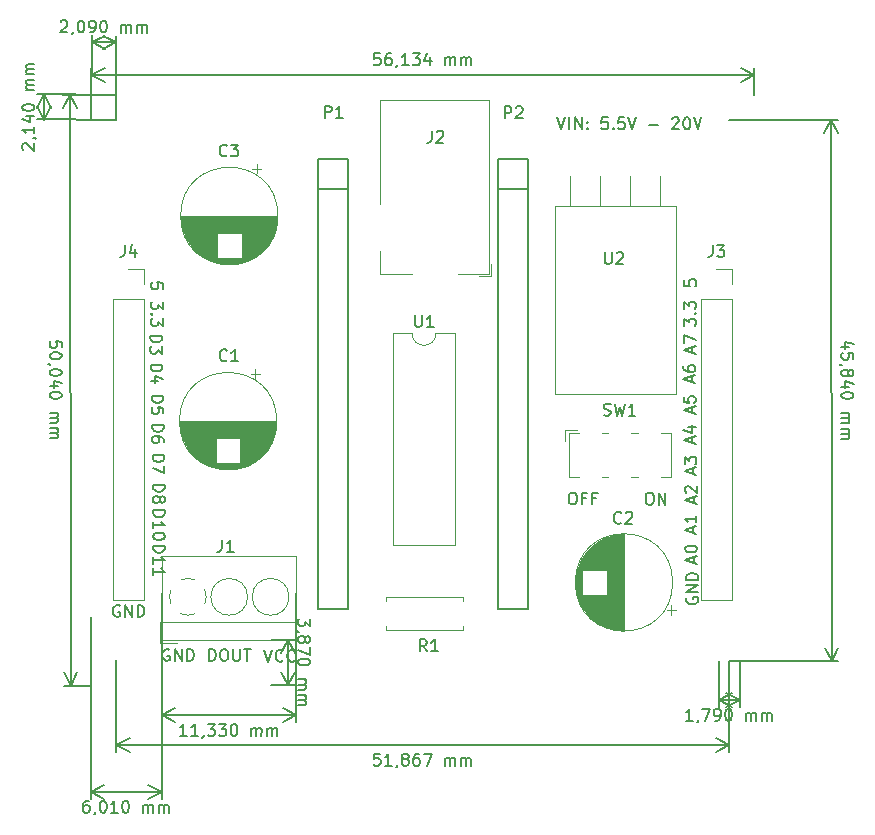
<source format=gbr>
G04 #@! TF.GenerationSoftware,KiCad,Pcbnew,(5.1.4)-1*
G04 #@! TF.CreationDate,2020-01-24T10:01:53+01:00*
G04 #@! TF.ProjectId,PCB_NeoPixel,5043425f-4e65-46f5-9069-78656c2e6b69,rev?*
G04 #@! TF.SameCoordinates,Original*
G04 #@! TF.FileFunction,Legend,Top*
G04 #@! TF.FilePolarity,Positive*
%FSLAX46Y46*%
G04 Gerber Fmt 4.6, Leading zero omitted, Abs format (unit mm)*
G04 Created by KiCad (PCBNEW (5.1.4)-1) date 2020-01-24 10:01:53*
%MOMM*%
%LPD*%
G04 APERTURE LIST*
%ADD10C,0.150000*%
%ADD11C,0.120000*%
G04 APERTURE END LIST*
D10*
X118742672Y-124295854D02*
X118552197Y-124295220D01*
X118456801Y-124342522D01*
X118409024Y-124389983D01*
X118313311Y-124532522D01*
X118265058Y-124722839D01*
X118263791Y-125103789D01*
X118311092Y-125199185D01*
X118358553Y-125246962D01*
X118453632Y-125294898D01*
X118644107Y-125295532D01*
X118739503Y-125248230D01*
X118787280Y-125200770D01*
X118835216Y-125105691D01*
X118836008Y-124867597D01*
X118788706Y-124772201D01*
X118741246Y-124724423D01*
X118646167Y-124676488D01*
X118455692Y-124675854D01*
X118360296Y-124723156D01*
X118312519Y-124770616D01*
X118264583Y-124865695D01*
X119310928Y-125250132D02*
X119310770Y-125297750D01*
X119262834Y-125392829D01*
X119215057Y-125440290D01*
X119933142Y-124299816D02*
X120028379Y-124300133D01*
X120123459Y-124348069D01*
X120170919Y-124395846D01*
X120218221Y-124491242D01*
X120265206Y-124681875D01*
X120264413Y-124919969D01*
X120216161Y-125110286D01*
X120168225Y-125205365D01*
X120120448Y-125252825D01*
X120025052Y-125300127D01*
X119929814Y-125299810D01*
X119834735Y-125251875D01*
X119787275Y-125204097D01*
X119739973Y-125108701D01*
X119692988Y-124918068D01*
X119693780Y-124679974D01*
X119742033Y-124489657D01*
X119789969Y-124394578D01*
X119837746Y-124347118D01*
X119933142Y-124299816D01*
X121215521Y-125304089D02*
X120644096Y-125302187D01*
X120929809Y-125303138D02*
X120933136Y-124303144D01*
X120837423Y-124445683D01*
X120741869Y-124540604D01*
X120646473Y-124587906D01*
X121837893Y-124306155D02*
X121933131Y-124306471D01*
X122028210Y-124354407D01*
X122075670Y-124402184D01*
X122122972Y-124497580D01*
X122169957Y-124688214D01*
X122169165Y-124926308D01*
X122120912Y-125116625D01*
X122072976Y-125211704D01*
X122025199Y-125259164D01*
X121929803Y-125306466D01*
X121834566Y-125306149D01*
X121739486Y-125258213D01*
X121692026Y-125210436D01*
X121644724Y-125115040D01*
X121597739Y-124924406D01*
X121598532Y-124686312D01*
X121646784Y-124495996D01*
X121694720Y-124400917D01*
X121742497Y-124353456D01*
X121837893Y-124306155D01*
X123358367Y-125311220D02*
X123360585Y-124644557D01*
X123360268Y-124739794D02*
X123408045Y-124692334D01*
X123503441Y-124645032D01*
X123646298Y-124645508D01*
X123741377Y-124693443D01*
X123788679Y-124788839D01*
X123786936Y-125312646D01*
X123788679Y-124788839D02*
X123836614Y-124693760D01*
X123932011Y-124646459D01*
X124074867Y-124646934D01*
X124169946Y-124694870D01*
X124217248Y-124790266D01*
X124215505Y-125314072D01*
X124691693Y-125315657D02*
X124693911Y-124648994D01*
X124693594Y-124744232D02*
X124741371Y-124696771D01*
X124836767Y-124649469D01*
X124979624Y-124649945D01*
X125074703Y-124697880D01*
X125122005Y-124793276D01*
X125120262Y-125317083D01*
X125122005Y-124793276D02*
X125169940Y-124698197D01*
X125265336Y-124650896D01*
X125408193Y-124651371D01*
X125503272Y-124699307D01*
X125550574Y-124794703D01*
X125548831Y-125318509D01*
X124940635Y-123564095D02*
X118930635Y-123544095D01*
X124990000Y-108730000D02*
X124938684Y-124150512D01*
X118980000Y-108710000D02*
X118928684Y-124130512D01*
X118930635Y-123544095D02*
X120059084Y-122961426D01*
X118930635Y-123544095D02*
X120055181Y-124134261D01*
X124940635Y-123564095D02*
X123816089Y-122973929D01*
X124940635Y-123564095D02*
X123812186Y-124146764D01*
X127051510Y-118798639D02*
X126480083Y-118797126D01*
X126765796Y-118797883D02*
X126768444Y-117797886D01*
X126672828Y-117940491D01*
X126577338Y-118035476D01*
X126481974Y-118082843D01*
X128003887Y-118801161D02*
X127432461Y-118799648D01*
X127718174Y-118800405D02*
X127720822Y-117800408D01*
X127625206Y-117943013D01*
X127529716Y-118037998D01*
X127434352Y-118085365D01*
X128480202Y-118754803D02*
X128480076Y-118802422D01*
X128432205Y-118897534D01*
X128384460Y-118945026D01*
X128816056Y-117803308D02*
X129435101Y-117804947D01*
X129100761Y-118185016D01*
X129243617Y-118185394D01*
X129338729Y-118233265D01*
X129386222Y-118281010D01*
X129433588Y-118376374D01*
X129432958Y-118614468D01*
X129385087Y-118709580D01*
X129337342Y-118757073D01*
X129241978Y-118804439D01*
X128956265Y-118803683D01*
X128861153Y-118755812D01*
X128813660Y-118708067D01*
X129768434Y-117805830D02*
X130387479Y-117807469D01*
X130053138Y-118187537D01*
X130195995Y-118187916D01*
X130291107Y-118235787D01*
X130338599Y-118283532D01*
X130385966Y-118378896D01*
X130385336Y-118616990D01*
X130337465Y-118712102D01*
X130289720Y-118759594D01*
X130194356Y-118806961D01*
X129908642Y-118806205D01*
X129813531Y-118758334D01*
X129766038Y-118710589D01*
X131006525Y-117809108D02*
X131101762Y-117809360D01*
X131196874Y-117857231D01*
X131244367Y-117904976D01*
X131291733Y-118000340D01*
X131338848Y-118190942D01*
X131338218Y-118429036D01*
X131290094Y-118619386D01*
X131242223Y-118714497D01*
X131194478Y-118761990D01*
X131099114Y-118809357D01*
X131003877Y-118809105D01*
X130908765Y-118761234D01*
X130861272Y-118713489D01*
X130813906Y-118618125D01*
X130766791Y-118427523D01*
X130767421Y-118189429D01*
X130815545Y-117999079D01*
X130863416Y-117903968D01*
X130911161Y-117856475D01*
X131006525Y-117809108D01*
X132527681Y-118813139D02*
X132529446Y-118146475D01*
X132529194Y-118241713D02*
X132576939Y-118194220D01*
X132672303Y-118146853D01*
X132815159Y-118147232D01*
X132910271Y-118195103D01*
X132957638Y-118290466D01*
X132956251Y-118814274D01*
X132957638Y-118290466D02*
X133005509Y-118195355D01*
X133100873Y-118147988D01*
X133243729Y-118148366D01*
X133338841Y-118196237D01*
X133386208Y-118291601D01*
X133384821Y-118815409D01*
X133861010Y-118816670D02*
X133862775Y-118150005D01*
X133862523Y-118245243D02*
X133910268Y-118197750D01*
X134005631Y-118150384D01*
X134148488Y-118150762D01*
X134243600Y-118198633D01*
X134290966Y-118293997D01*
X134289579Y-118817805D01*
X134290966Y-118293997D02*
X134338837Y-118198885D01*
X134434201Y-118151519D01*
X134577058Y-118151897D01*
X134672170Y-118199768D01*
X134719536Y-118295132D01*
X134718149Y-118818939D01*
X124962566Y-117040722D02*
X136292566Y-117070722D01*
X124990000Y-106680000D02*
X124961014Y-117627140D01*
X136320000Y-106710000D02*
X136291014Y-117657140D01*
X136292566Y-117070722D02*
X135164513Y-117654158D01*
X136292566Y-117070722D02*
X135167619Y-116481321D01*
X124962566Y-117040722D02*
X126087513Y-117630123D01*
X124962566Y-117040722D02*
X126090619Y-116457286D01*
X137487618Y-108890714D02*
X137487618Y-109509761D01*
X137106665Y-109176428D01*
X137106665Y-109319285D01*
X137059046Y-109414523D01*
X137011427Y-109462142D01*
X136916189Y-109509761D01*
X136678094Y-109509761D01*
X136582856Y-109462142D01*
X136535237Y-109414523D01*
X136487618Y-109319285D01*
X136487618Y-109033571D01*
X136535237Y-108938333D01*
X136582856Y-108890714D01*
X136535237Y-109985952D02*
X136487618Y-109985952D01*
X136392379Y-109938333D01*
X136344760Y-109890714D01*
X137059046Y-110557380D02*
X137106665Y-110462142D01*
X137154284Y-110414523D01*
X137249522Y-110366904D01*
X137297141Y-110366904D01*
X137392379Y-110414523D01*
X137439999Y-110462142D01*
X137487618Y-110557380D01*
X137487618Y-110747857D01*
X137439999Y-110843095D01*
X137392379Y-110890714D01*
X137297141Y-110938333D01*
X137249522Y-110938333D01*
X137154284Y-110890714D01*
X137106665Y-110843095D01*
X137059046Y-110747857D01*
X137059046Y-110557380D01*
X137011427Y-110462142D01*
X136963808Y-110414523D01*
X136868570Y-110366904D01*
X136678094Y-110366904D01*
X136582856Y-110414523D01*
X136535237Y-110462142D01*
X136487618Y-110557380D01*
X136487618Y-110747857D01*
X136535237Y-110843095D01*
X136582856Y-110890714D01*
X136678094Y-110938333D01*
X136868570Y-110938333D01*
X136963808Y-110890714D01*
X137011427Y-110843095D01*
X137059046Y-110747857D01*
X137487618Y-111271666D02*
X137487618Y-111938333D01*
X136487618Y-111509761D01*
X137487618Y-112509761D02*
X137487618Y-112605000D01*
X137439999Y-112700238D01*
X137392379Y-112747857D01*
X137297141Y-112795476D01*
X137106665Y-112843095D01*
X136868570Y-112843095D01*
X136678094Y-112795476D01*
X136582856Y-112747857D01*
X136535237Y-112700238D01*
X136487618Y-112605000D01*
X136487618Y-112509761D01*
X136535237Y-112414523D01*
X136582856Y-112366904D01*
X136678094Y-112319285D01*
X136868570Y-112271666D01*
X137106665Y-112271666D01*
X137297141Y-112319285D01*
X137392379Y-112366904D01*
X137439999Y-112414523D01*
X137487618Y-112509761D01*
X136487618Y-114033571D02*
X137154284Y-114033571D01*
X137059046Y-114033571D02*
X137106665Y-114081190D01*
X137154284Y-114176428D01*
X137154284Y-114319285D01*
X137106665Y-114414523D01*
X137011427Y-114462142D01*
X136487618Y-114462142D01*
X137011427Y-114462142D02*
X137106665Y-114509761D01*
X137154284Y-114605000D01*
X137154284Y-114747857D01*
X137106665Y-114843095D01*
X137011427Y-114890714D01*
X136487618Y-114890714D01*
X136487618Y-115366904D02*
X137154284Y-115366904D01*
X137059046Y-115366904D02*
X137106665Y-115414523D01*
X137154284Y-115509761D01*
X137154284Y-115652619D01*
X137106665Y-115747857D01*
X137011427Y-115795476D01*
X136487618Y-115795476D01*
X137011427Y-115795476D02*
X137106665Y-115843095D01*
X137154284Y-115938333D01*
X137154284Y-116081190D01*
X137106665Y-116176428D01*
X137011427Y-116224047D01*
X136487618Y-116224047D01*
X135639999Y-110670000D02*
X135639999Y-114540000D01*
X134190000Y-110670000D02*
X136226420Y-110670000D01*
X134190000Y-114540000D02*
X136226420Y-114540000D01*
X135639999Y-114540000D02*
X135053578Y-113413496D01*
X135639999Y-114540000D02*
X136226420Y-113413496D01*
X135639999Y-110670000D02*
X135053578Y-111796504D01*
X135639999Y-110670000D02*
X136226420Y-111796504D01*
X113215917Y-69210074D02*
X113168521Y-69162233D01*
X113121347Y-69066774D01*
X113122460Y-68828681D01*
X113170523Y-68733666D01*
X113218364Y-68686270D01*
X113313824Y-68639097D01*
X113409061Y-68639542D01*
X113551694Y-68687828D01*
X114120446Y-69261921D01*
X114123339Y-68642880D01*
X114077946Y-68166472D02*
X114125564Y-68166694D01*
X114220579Y-68214758D01*
X114267975Y-68262599D01*
X114130014Y-67214324D02*
X114127344Y-67785746D01*
X114128679Y-67500035D02*
X113128690Y-67495362D01*
X113271101Y-67591267D01*
X113365893Y-67686949D01*
X113413066Y-67782408D01*
X113467360Y-66354075D02*
X114134020Y-66357190D01*
X113085300Y-66590388D02*
X113798465Y-66831818D01*
X113801358Y-66212777D01*
X113137368Y-65638240D02*
X113137813Y-65543003D01*
X113185877Y-65447988D01*
X113233718Y-65400592D01*
X113329178Y-65353419D01*
X113519874Y-65306690D01*
X113757967Y-65307803D01*
X113948218Y-65356311D01*
X114043233Y-65404375D01*
X114090629Y-65452216D01*
X114137803Y-65547675D01*
X114137357Y-65642912D01*
X114089294Y-65737927D01*
X114041453Y-65785323D01*
X113945993Y-65832497D01*
X113755297Y-65879225D01*
X113517204Y-65878112D01*
X113326952Y-65829604D01*
X113231938Y-65781540D01*
X113184542Y-65733699D01*
X113137368Y-65638240D01*
X114144478Y-64119120D02*
X113477819Y-64116004D01*
X113573056Y-64116449D02*
X113525660Y-64068608D01*
X113478486Y-63973149D01*
X113479154Y-63830293D01*
X113527217Y-63735279D01*
X113622677Y-63688105D01*
X114146481Y-63690553D01*
X113622677Y-63688105D02*
X113527662Y-63640042D01*
X113480489Y-63544582D01*
X113481156Y-63401726D01*
X113529220Y-63306712D01*
X113624679Y-63259538D01*
X114148483Y-63261986D01*
X114150708Y-62785801D02*
X113484049Y-62782686D01*
X113579286Y-62783131D02*
X113531890Y-62735290D01*
X113484717Y-62639830D01*
X113485384Y-62496974D01*
X113533448Y-62401960D01*
X113628907Y-62354786D01*
X114152711Y-62357234D01*
X113628907Y-62354786D02*
X113533893Y-62306723D01*
X113486719Y-62211263D01*
X113487387Y-62068408D01*
X113535450Y-61973393D01*
X113630910Y-61926220D01*
X114154714Y-61928667D01*
X114980413Y-66621637D02*
X114990413Y-64481637D01*
X121050000Y-66650000D02*
X114393999Y-66618897D01*
X121060000Y-64510000D02*
X114403999Y-64478897D01*
X114990413Y-64481637D02*
X115571563Y-65610869D01*
X114990413Y-64481637D02*
X114398735Y-65605388D01*
X114980413Y-66621637D02*
X115572091Y-65497886D01*
X114980413Y-66621637D02*
X114399263Y-65492405D01*
X116388092Y-58326442D02*
X116435939Y-58279051D01*
X116531403Y-58231889D01*
X116769496Y-58233028D01*
X116864505Y-58281102D01*
X116911896Y-58328948D01*
X116959059Y-58424413D01*
X116958603Y-58519650D01*
X116910301Y-58662278D01*
X116336145Y-59230966D01*
X116955185Y-59233928D01*
X117431598Y-59188588D02*
X117431370Y-59236206D01*
X117383296Y-59331215D01*
X117335450Y-59378606D01*
X118055196Y-58239179D02*
X118150433Y-58239635D01*
X118245442Y-58287709D01*
X118292832Y-58335556D01*
X118339995Y-58431021D01*
X118386702Y-58621722D01*
X118385563Y-58859815D01*
X118337033Y-59050061D01*
X118288959Y-59145070D01*
X118241113Y-59192461D01*
X118145648Y-59239624D01*
X118050411Y-59239168D01*
X117955402Y-59191094D01*
X117908011Y-59143247D01*
X117860848Y-59047783D01*
X117814141Y-58857081D01*
X117815280Y-58618988D01*
X117863810Y-58428742D01*
X117911884Y-58333733D01*
X117959731Y-58286342D01*
X118055196Y-58239179D01*
X118859925Y-59243041D02*
X119050399Y-59243953D01*
X119145864Y-59196790D01*
X119193711Y-59149399D01*
X119289631Y-59006999D01*
X119338161Y-58816753D01*
X119339984Y-58435805D01*
X119292821Y-58340340D01*
X119245430Y-58292494D01*
X119150421Y-58244420D01*
X118959947Y-58243508D01*
X118864482Y-58290671D01*
X118816636Y-58338062D01*
X118768562Y-58433071D01*
X118767423Y-58671164D01*
X118814585Y-58766628D01*
X118861976Y-58814475D01*
X118956985Y-58862549D01*
X119147459Y-58863460D01*
X119242924Y-58816297D01*
X119290770Y-58768907D01*
X119338845Y-58673898D01*
X119959936Y-58248293D02*
X120055173Y-58248749D01*
X120150182Y-58296823D01*
X120197572Y-58344669D01*
X120244735Y-58440134D01*
X120291442Y-58630836D01*
X120290303Y-58868928D01*
X120241773Y-59059175D01*
X120193699Y-59154184D01*
X120145853Y-59201574D01*
X120050388Y-59248737D01*
X119955151Y-59248282D01*
X119860142Y-59200207D01*
X119812751Y-59152361D01*
X119765588Y-59056896D01*
X119718881Y-58866194D01*
X119720020Y-58628102D01*
X119768550Y-58437856D01*
X119816624Y-58342847D01*
X119864471Y-58295456D01*
X119959936Y-58248293D01*
X121478943Y-59255572D02*
X121482133Y-58588913D01*
X121481677Y-58684150D02*
X121529524Y-58636760D01*
X121624988Y-58589597D01*
X121767844Y-58590280D01*
X121862853Y-58638355D01*
X121910016Y-58733819D01*
X121907510Y-59257623D01*
X121910016Y-58733819D02*
X121958090Y-58638810D01*
X122053555Y-58591648D01*
X122196410Y-58592331D01*
X122291420Y-58640405D01*
X122338582Y-58735870D01*
X122336076Y-59259674D01*
X122812261Y-59261952D02*
X122815451Y-58595293D01*
X122814995Y-58690530D02*
X122862842Y-58643139D01*
X122958306Y-58595976D01*
X123101162Y-58596660D01*
X123196171Y-58644734D01*
X123243334Y-58740199D01*
X123240828Y-59264003D01*
X123243334Y-58740199D02*
X123291408Y-58645190D01*
X123386873Y-58598027D01*
X123529728Y-58598711D01*
X123624738Y-58646785D01*
X123671900Y-58742250D01*
X123669394Y-59266053D01*
X121091333Y-60101347D02*
X119001333Y-60091347D01*
X121060000Y-66650000D02*
X121094139Y-59514933D01*
X118970000Y-66640000D02*
X119004139Y-59504933D01*
X119001333Y-60091347D02*
X120130630Y-59510323D01*
X119001333Y-60091347D02*
X120125018Y-60683151D01*
X121091333Y-60101347D02*
X119967648Y-59509543D01*
X121091333Y-60101347D02*
X119962036Y-60682371D01*
X169879761Y-117522380D02*
X169308333Y-117522380D01*
X169594047Y-117522380D02*
X169594047Y-116522380D01*
X169498809Y-116665238D01*
X169403571Y-116760476D01*
X169308333Y-116808095D01*
X170355952Y-117474761D02*
X170355952Y-117522380D01*
X170308333Y-117617619D01*
X170260714Y-117665238D01*
X170689285Y-116522380D02*
X171355952Y-116522380D01*
X170927380Y-117522380D01*
X171784523Y-117522380D02*
X171975000Y-117522380D01*
X172070238Y-117474761D01*
X172117857Y-117427142D01*
X172213095Y-117284285D01*
X172260714Y-117093809D01*
X172260714Y-116712857D01*
X172213095Y-116617619D01*
X172165476Y-116570000D01*
X172070238Y-116522380D01*
X171879761Y-116522380D01*
X171784523Y-116570000D01*
X171736904Y-116617619D01*
X171689285Y-116712857D01*
X171689285Y-116950952D01*
X171736904Y-117046190D01*
X171784523Y-117093809D01*
X171879761Y-117141428D01*
X172070238Y-117141428D01*
X172165476Y-117093809D01*
X172213095Y-117046190D01*
X172260714Y-116950952D01*
X172879761Y-116522380D02*
X172975000Y-116522380D01*
X173070238Y-116570000D01*
X173117857Y-116617619D01*
X173165476Y-116712857D01*
X173213095Y-116903333D01*
X173213095Y-117141428D01*
X173165476Y-117331904D01*
X173117857Y-117427142D01*
X173070238Y-117474761D01*
X172975000Y-117522380D01*
X172879761Y-117522380D01*
X172784523Y-117474761D01*
X172736904Y-117427142D01*
X172689285Y-117331904D01*
X172641666Y-117141428D01*
X172641666Y-116903333D01*
X172689285Y-116712857D01*
X172736904Y-116617619D01*
X172784523Y-116570000D01*
X172879761Y-116522380D01*
X174403571Y-117522380D02*
X174403571Y-116855714D01*
X174403571Y-116950952D02*
X174451190Y-116903333D01*
X174546428Y-116855714D01*
X174689285Y-116855714D01*
X174784523Y-116903333D01*
X174832142Y-116998571D01*
X174832142Y-117522380D01*
X174832142Y-116998571D02*
X174879761Y-116903333D01*
X174975000Y-116855714D01*
X175117857Y-116855714D01*
X175213095Y-116903333D01*
X175260714Y-116998571D01*
X175260714Y-117522380D01*
X175736904Y-117522380D02*
X175736904Y-116855714D01*
X175736904Y-116950952D02*
X175784523Y-116903333D01*
X175879761Y-116855714D01*
X176022619Y-116855714D01*
X176117857Y-116903333D01*
X176165476Y-116998571D01*
X176165476Y-117522380D01*
X176165476Y-116998571D02*
X176213095Y-116903333D01*
X176308333Y-116855714D01*
X176451190Y-116855714D01*
X176546428Y-116903333D01*
X176594047Y-116998571D01*
X176594047Y-117522380D01*
X172080000Y-115770000D02*
X173870000Y-115770000D01*
X172080000Y-112480000D02*
X172080000Y-116356421D01*
X173870000Y-112480000D02*
X173870000Y-116356421D01*
X173870000Y-115770000D02*
X172743496Y-116356421D01*
X173870000Y-115770000D02*
X172743496Y-115183579D01*
X172080000Y-115770000D02*
X173206504Y-116356421D01*
X172080000Y-115770000D02*
X173206504Y-115183579D01*
X116456173Y-85911960D02*
X116455983Y-85435770D01*
X115979773Y-85388341D01*
X116027411Y-85435941D01*
X116075068Y-85531160D01*
X116075164Y-85769255D01*
X116027583Y-85864513D01*
X115979983Y-85912151D01*
X115884764Y-85959808D01*
X115646668Y-85959903D01*
X115551411Y-85912322D01*
X115503773Y-85864722D01*
X115456116Y-85769503D01*
X115456021Y-85531408D01*
X115503602Y-85436151D01*
X115551202Y-85388512D01*
X116456439Y-86578627D02*
X116456478Y-86673865D01*
X116408897Y-86769122D01*
X116361297Y-86816760D01*
X116266078Y-86864417D01*
X116075620Y-86912112D01*
X115837525Y-86912208D01*
X115647030Y-86864665D01*
X115551773Y-86817084D01*
X115504135Y-86769484D01*
X115456478Y-86674265D01*
X115456440Y-86579027D01*
X115504021Y-86483769D01*
X115551621Y-86436131D01*
X115646840Y-86388474D01*
X115837297Y-86340779D01*
X116075392Y-86340684D01*
X116265887Y-86388227D01*
X116361144Y-86435808D01*
X116408782Y-86483408D01*
X116456439Y-86578627D01*
X115504382Y-87388531D02*
X115456763Y-87388550D01*
X115361506Y-87340969D01*
X115313868Y-87293369D01*
X116457010Y-88007198D02*
X116457049Y-88102436D01*
X116409468Y-88197693D01*
X116361868Y-88245332D01*
X116266648Y-88292989D01*
X116076191Y-88340684D01*
X115838096Y-88340779D01*
X115647601Y-88293236D01*
X115552344Y-88245655D01*
X115504706Y-88198055D01*
X115457049Y-88102836D01*
X115457011Y-88007598D01*
X115504592Y-87912341D01*
X115552192Y-87864703D01*
X115647411Y-87817046D01*
X115837868Y-87769350D01*
X116075963Y-87769255D01*
X116266458Y-87816798D01*
X116361715Y-87864379D01*
X116409353Y-87911979D01*
X116457010Y-88007198D01*
X116124153Y-89197808D02*
X115457486Y-89198074D01*
X116505010Y-88959560D02*
X115790629Y-88721750D01*
X115790877Y-89340798D01*
X116457772Y-89911960D02*
X116457810Y-90007198D01*
X116410229Y-90102455D01*
X116362629Y-90150093D01*
X116267410Y-90197750D01*
X116076953Y-90245446D01*
X115838857Y-90245541D01*
X115648362Y-90197998D01*
X115553105Y-90150417D01*
X115505467Y-90102817D01*
X115457810Y-90007598D01*
X115457772Y-89912360D01*
X115505353Y-89817103D01*
X115552953Y-89769464D01*
X115648172Y-89721807D01*
X115838629Y-89674112D01*
X116076724Y-89674017D01*
X116267219Y-89721560D01*
X116362477Y-89769141D01*
X116410115Y-89816741D01*
X116457772Y-89911960D01*
X115458381Y-91436169D02*
X116125047Y-91435903D01*
X116029809Y-91435941D02*
X116077447Y-91483541D01*
X116125105Y-91578760D01*
X116125162Y-91721617D01*
X116077581Y-91816874D01*
X115982362Y-91864531D01*
X115458552Y-91864740D01*
X115982362Y-91864531D02*
X116077619Y-91912112D01*
X116125276Y-92007331D01*
X116125333Y-92150188D01*
X116077752Y-92245445D01*
X115982533Y-92293102D01*
X115458723Y-92293312D01*
X115458914Y-92769502D02*
X116125580Y-92769236D01*
X116030342Y-92769274D02*
X116077980Y-92816874D01*
X116125637Y-92912093D01*
X116125695Y-93054950D01*
X116078114Y-93150207D01*
X115982895Y-93197864D01*
X115459085Y-93198074D01*
X115982895Y-93197864D02*
X116078152Y-93245445D01*
X116125809Y-93340664D01*
X116125866Y-93483521D01*
X116078285Y-93578779D01*
X115983066Y-93626436D01*
X115459256Y-93626645D01*
X117200001Y-64510707D02*
X117220001Y-114550707D01*
X118970000Y-64510000D02*
X116613580Y-64510942D01*
X118990000Y-114550000D02*
X116633580Y-114550942D01*
X117220001Y-114550707D02*
X116633130Y-113424438D01*
X117220001Y-114550707D02*
X117805971Y-113423969D01*
X117200001Y-64510707D02*
X116614031Y-65637445D01*
X117200001Y-64510707D02*
X117786872Y-65636976D01*
X143421552Y-61012380D02*
X142945361Y-61012380D01*
X142897742Y-61488571D01*
X142945361Y-61440952D01*
X143040600Y-61393333D01*
X143278695Y-61393333D01*
X143373933Y-61440952D01*
X143421552Y-61488571D01*
X143469171Y-61583809D01*
X143469171Y-61821904D01*
X143421552Y-61917142D01*
X143373933Y-61964761D01*
X143278695Y-62012380D01*
X143040600Y-62012380D01*
X142945361Y-61964761D01*
X142897742Y-61917142D01*
X144326314Y-61012380D02*
X144135838Y-61012380D01*
X144040600Y-61060000D01*
X143992980Y-61107619D01*
X143897742Y-61250476D01*
X143850123Y-61440952D01*
X143850123Y-61821904D01*
X143897742Y-61917142D01*
X143945361Y-61964761D01*
X144040600Y-62012380D01*
X144231076Y-62012380D01*
X144326314Y-61964761D01*
X144373933Y-61917142D01*
X144421552Y-61821904D01*
X144421552Y-61583809D01*
X144373933Y-61488571D01*
X144326314Y-61440952D01*
X144231076Y-61393333D01*
X144040600Y-61393333D01*
X143945361Y-61440952D01*
X143897742Y-61488571D01*
X143850123Y-61583809D01*
X144897742Y-61964761D02*
X144897742Y-62012380D01*
X144850123Y-62107619D01*
X144802504Y-62155238D01*
X145850123Y-62012380D02*
X145278695Y-62012380D01*
X145564409Y-62012380D02*
X145564409Y-61012380D01*
X145469171Y-61155238D01*
X145373933Y-61250476D01*
X145278695Y-61298095D01*
X146183457Y-61012380D02*
X146802504Y-61012380D01*
X146469171Y-61393333D01*
X146612028Y-61393333D01*
X146707266Y-61440952D01*
X146754885Y-61488571D01*
X146802504Y-61583809D01*
X146802504Y-61821904D01*
X146754885Y-61917142D01*
X146707266Y-61964761D01*
X146612028Y-62012380D01*
X146326314Y-62012380D01*
X146231076Y-61964761D01*
X146183457Y-61917142D01*
X147659647Y-61345714D02*
X147659647Y-62012380D01*
X147421552Y-60964761D02*
X147183457Y-61679047D01*
X147802504Y-61679047D01*
X148945361Y-62012380D02*
X148945361Y-61345714D01*
X148945361Y-61440952D02*
X148992980Y-61393333D01*
X149088219Y-61345714D01*
X149231076Y-61345714D01*
X149326314Y-61393333D01*
X149373933Y-61488571D01*
X149373933Y-62012380D01*
X149373933Y-61488571D02*
X149421552Y-61393333D01*
X149516790Y-61345714D01*
X149659647Y-61345714D01*
X149754885Y-61393333D01*
X149802504Y-61488571D01*
X149802504Y-62012380D01*
X150278695Y-62012380D02*
X150278695Y-61345714D01*
X150278695Y-61440952D02*
X150326314Y-61393333D01*
X150421552Y-61345714D01*
X150564409Y-61345714D01*
X150659647Y-61393333D01*
X150707266Y-61488571D01*
X150707266Y-62012380D01*
X150707266Y-61488571D02*
X150754885Y-61393333D01*
X150850123Y-61345714D01*
X150992980Y-61345714D01*
X151088219Y-61393333D01*
X151135838Y-61488571D01*
X151135838Y-62012380D01*
X118973600Y-62860000D02*
X175107600Y-62860000D01*
X118973600Y-64516000D02*
X118973600Y-62273579D01*
X175107600Y-64516000D02*
X175107600Y-62273579D01*
X175107600Y-62860000D02*
X173981096Y-63446421D01*
X175107600Y-62860000D02*
X173981096Y-62273579D01*
X118973600Y-62860000D02*
X120100104Y-63446421D01*
X118973600Y-62860000D02*
X120100104Y-62273579D01*
X143413834Y-120324039D02*
X142937644Y-120323573D01*
X142889558Y-120799716D01*
X142937224Y-120752144D01*
X143032509Y-120704618D01*
X143270604Y-120704851D01*
X143365795Y-120752564D01*
X143413368Y-120800229D01*
X143460893Y-120895514D01*
X143460660Y-121133609D01*
X143412948Y-121228801D01*
X143365282Y-121276373D01*
X143269997Y-121323899D01*
X143031902Y-121323666D01*
X142936711Y-121275953D01*
X142889139Y-121228288D01*
X144412854Y-121325018D02*
X143841426Y-121324458D01*
X144127140Y-121324738D02*
X144128119Y-120324739D01*
X144032741Y-120467502D01*
X143937410Y-120562647D01*
X143842125Y-120610173D01*
X144889091Y-121277865D02*
X144889044Y-121325484D01*
X144841332Y-121420676D01*
X144793666Y-121468248D01*
X145461032Y-120754616D02*
X145365841Y-120706904D01*
X145318268Y-120659238D01*
X145270743Y-120563953D01*
X145270789Y-120516334D01*
X145318502Y-120421143D01*
X145366167Y-120373570D01*
X145461452Y-120326045D01*
X145651928Y-120326231D01*
X145747120Y-120373943D01*
X145794692Y-120421609D01*
X145842218Y-120516894D01*
X145842171Y-120564513D01*
X145794459Y-120659704D01*
X145746793Y-120707277D01*
X145651508Y-120754802D01*
X145461032Y-120754616D01*
X145365748Y-120802142D01*
X145318082Y-120849714D01*
X145270370Y-120944905D01*
X145270183Y-121135381D01*
X145317709Y-121230666D01*
X145365281Y-121278332D01*
X145460473Y-121326044D01*
X145650949Y-121326231D01*
X145746233Y-121278705D01*
X145793899Y-121231133D01*
X145841611Y-121135941D01*
X145841798Y-120945465D01*
X145794272Y-120850180D01*
X145746700Y-120802515D01*
X145651508Y-120754802D01*
X146699547Y-120327257D02*
X146509071Y-120327071D01*
X146413786Y-120374596D01*
X146366120Y-120422169D01*
X146270742Y-120564933D01*
X146222937Y-120755362D01*
X146222564Y-121136314D01*
X146270089Y-121231599D01*
X146317662Y-121279265D01*
X146412853Y-121326977D01*
X146603329Y-121327163D01*
X146698614Y-121279638D01*
X146746280Y-121232065D01*
X146793992Y-121136874D01*
X146794225Y-120898779D01*
X146746699Y-120803494D01*
X146699127Y-120755828D01*
X146603936Y-120708116D01*
X146413459Y-120707930D01*
X146318175Y-120755455D01*
X146270509Y-120803028D01*
X146222797Y-120898219D01*
X147128118Y-120327677D02*
X147794784Y-120328330D01*
X147365234Y-121327910D01*
X148936661Y-121329449D02*
X148937314Y-120662782D01*
X148937221Y-120758021D02*
X148984887Y-120710448D01*
X149080171Y-120662922D01*
X149223029Y-120663062D01*
X149318220Y-120710775D01*
X149365746Y-120806059D01*
X149365233Y-121329869D01*
X149365746Y-120806059D02*
X149413458Y-120710868D01*
X149508743Y-120663342D01*
X149651600Y-120663482D01*
X149746791Y-120711194D01*
X149794317Y-120806479D01*
X149793804Y-121330288D01*
X150269994Y-121330755D02*
X150270647Y-120664088D01*
X150270554Y-120759326D02*
X150318219Y-120711754D01*
X150413504Y-120664228D01*
X150556361Y-120664368D01*
X150651553Y-120712081D01*
X150699078Y-120807365D01*
X150698565Y-121331174D01*
X150699078Y-120807365D02*
X150746791Y-120712174D01*
X150842075Y-120664648D01*
X150984932Y-120664788D01*
X151080124Y-120712500D01*
X151127650Y-120807785D01*
X151127137Y-121331594D01*
X172967017Y-119600604D02*
X121100217Y-119549804D01*
X172974000Y-112471200D02*
X172966443Y-120187024D01*
X121107200Y-112420400D02*
X121099643Y-120136224D01*
X121100217Y-119549804D02*
X122227295Y-118964487D01*
X121100217Y-119549804D02*
X122226146Y-120137328D01*
X172967017Y-119600604D02*
X171841088Y-119013080D01*
X172967017Y-119600604D02*
X171839939Y-120185921D01*
X183152927Y-85898895D02*
X182486261Y-85899186D01*
X183533776Y-85660633D02*
X182819386Y-85422850D01*
X182819656Y-86041897D01*
X183486697Y-86898749D02*
X183486489Y-86422559D01*
X183010278Y-86375147D01*
X183057918Y-86422746D01*
X183105578Y-86517963D01*
X183105682Y-86756058D01*
X183058105Y-86851317D01*
X183010507Y-86898957D01*
X182915289Y-86946618D01*
X182677194Y-86946721D01*
X182581935Y-86899144D01*
X182534295Y-86851546D01*
X182486635Y-86756328D01*
X182486531Y-86518233D01*
X182534108Y-86422974D01*
X182581707Y-86375334D01*
X182534545Y-87422974D02*
X182486926Y-87422995D01*
X182391667Y-87375417D01*
X182344027Y-87327819D01*
X183058603Y-87994174D02*
X183106181Y-87898915D01*
X183153779Y-87851275D01*
X183248997Y-87803615D01*
X183296616Y-87803594D01*
X183391874Y-87851172D01*
X183439514Y-87898770D01*
X183487175Y-87993987D01*
X183487258Y-88184463D01*
X183439680Y-88279722D01*
X183392082Y-88327362D01*
X183296865Y-88375023D01*
X183249246Y-88375043D01*
X183153987Y-88327466D01*
X183106347Y-88279868D01*
X183058687Y-88184650D01*
X183058603Y-87994174D01*
X183010943Y-87898957D01*
X182963303Y-87851359D01*
X182868044Y-87803781D01*
X182677568Y-87803864D01*
X182582351Y-87851525D01*
X182534752Y-87899165D01*
X182487175Y-87994423D01*
X182487258Y-88184900D01*
X182534919Y-88280117D01*
X182582558Y-88327715D01*
X182677817Y-88375293D01*
X182868294Y-88375210D01*
X182963511Y-88327549D01*
X183011109Y-88279909D01*
X183058687Y-88184650D01*
X183154382Y-89232228D02*
X182487715Y-89232519D01*
X183535230Y-88993966D02*
X182820841Y-88756183D01*
X182821111Y-89375230D01*
X183488027Y-89946368D02*
X183488068Y-90041606D01*
X183440491Y-90136865D01*
X183392893Y-90184505D01*
X183297675Y-90232165D01*
X183107220Y-90279867D01*
X182869125Y-90279971D01*
X182678628Y-90232435D01*
X182583369Y-90184858D01*
X182535729Y-90137260D01*
X182488068Y-90042042D01*
X182488027Y-89946804D01*
X182535604Y-89851545D01*
X182583203Y-89803906D01*
X182678420Y-89756245D01*
X182868875Y-89708543D01*
X183106970Y-89708439D01*
X183297467Y-89755975D01*
X183392726Y-89803552D01*
X183440366Y-89851151D01*
X183488027Y-89946368D01*
X182488692Y-91470614D02*
X183155358Y-91470323D01*
X183060120Y-91470364D02*
X183107760Y-91517963D01*
X183155421Y-91613180D01*
X183155483Y-91756037D01*
X183107905Y-91851296D01*
X183012688Y-91898956D01*
X182488879Y-91899185D01*
X183012688Y-91898956D02*
X183107947Y-91946534D01*
X183155608Y-92041751D01*
X183155670Y-92184608D01*
X183108092Y-92279867D01*
X183012875Y-92327528D01*
X182489066Y-92327756D01*
X182489273Y-92803947D02*
X183155940Y-92803656D01*
X183060702Y-92803697D02*
X183108342Y-92851296D01*
X183156002Y-92946513D01*
X183156065Y-93089370D01*
X183108487Y-93184629D01*
X183013270Y-93232290D01*
X182489460Y-93232518D01*
X183013270Y-93232290D02*
X183108529Y-93279867D01*
X183156189Y-93375084D01*
X183156252Y-93517942D01*
X183108674Y-93613200D01*
X183013457Y-93660861D01*
X182489647Y-93661090D01*
X181630242Y-66646222D02*
X181650242Y-112486222D01*
X172970000Y-66650000D02*
X182216663Y-66645966D01*
X172990000Y-112490000D02*
X182236663Y-112485966D01*
X181650242Y-112486222D02*
X181063330Y-111359974D01*
X181650242Y-112486222D02*
X182236171Y-111359462D01*
X181630242Y-66646222D02*
X181044313Y-67772982D01*
X181630242Y-66646222D02*
X182217154Y-67772470D01*
X159651819Y-98207580D02*
X159842295Y-98207580D01*
X159937533Y-98255200D01*
X160032771Y-98350438D01*
X160080390Y-98540914D01*
X160080390Y-98874247D01*
X160032771Y-99064723D01*
X159937533Y-99159961D01*
X159842295Y-99207580D01*
X159651819Y-99207580D01*
X159556580Y-99159961D01*
X159461342Y-99064723D01*
X159413723Y-98874247D01*
X159413723Y-98540914D01*
X159461342Y-98350438D01*
X159556580Y-98255200D01*
X159651819Y-98207580D01*
X160842295Y-98683771D02*
X160508961Y-98683771D01*
X160508961Y-99207580D02*
X160508961Y-98207580D01*
X160985152Y-98207580D01*
X161699438Y-98683771D02*
X161366104Y-98683771D01*
X161366104Y-99207580D02*
X161366104Y-98207580D01*
X161842295Y-98207580D01*
X166157352Y-98220280D02*
X166347828Y-98220280D01*
X166443066Y-98267900D01*
X166538304Y-98363138D01*
X166585923Y-98553614D01*
X166585923Y-98886947D01*
X166538304Y-99077423D01*
X166443066Y-99172661D01*
X166347828Y-99220280D01*
X166157352Y-99220280D01*
X166062114Y-99172661D01*
X165966876Y-99077423D01*
X165919257Y-98886947D01*
X165919257Y-98553614D01*
X165966876Y-98363138D01*
X166062114Y-98267900D01*
X166157352Y-98220280D01*
X167014495Y-99220280D02*
X167014495Y-98220280D01*
X167585923Y-99220280D01*
X167585923Y-98220280D01*
X158445961Y-66444880D02*
X158779295Y-67444880D01*
X159112628Y-66444880D01*
X159445961Y-67444880D02*
X159445961Y-66444880D01*
X159922152Y-67444880D02*
X159922152Y-66444880D01*
X160493580Y-67444880D01*
X160493580Y-66444880D01*
X160969771Y-67349642D02*
X161017390Y-67397261D01*
X160969771Y-67444880D01*
X160922152Y-67397261D01*
X160969771Y-67349642D01*
X160969771Y-67444880D01*
X160969771Y-66825833D02*
X161017390Y-66873452D01*
X160969771Y-66921071D01*
X160922152Y-66873452D01*
X160969771Y-66825833D01*
X160969771Y-66921071D01*
X162684057Y-66444880D02*
X162207866Y-66444880D01*
X162160247Y-66921071D01*
X162207866Y-66873452D01*
X162303104Y-66825833D01*
X162541200Y-66825833D01*
X162636438Y-66873452D01*
X162684057Y-66921071D01*
X162731676Y-67016309D01*
X162731676Y-67254404D01*
X162684057Y-67349642D01*
X162636438Y-67397261D01*
X162541200Y-67444880D01*
X162303104Y-67444880D01*
X162207866Y-67397261D01*
X162160247Y-67349642D01*
X163160247Y-67349642D02*
X163207866Y-67397261D01*
X163160247Y-67444880D01*
X163112628Y-67397261D01*
X163160247Y-67349642D01*
X163160247Y-67444880D01*
X164112628Y-66444880D02*
X163636438Y-66444880D01*
X163588819Y-66921071D01*
X163636438Y-66873452D01*
X163731676Y-66825833D01*
X163969771Y-66825833D01*
X164065009Y-66873452D01*
X164112628Y-66921071D01*
X164160247Y-67016309D01*
X164160247Y-67254404D01*
X164112628Y-67349642D01*
X164065009Y-67397261D01*
X163969771Y-67444880D01*
X163731676Y-67444880D01*
X163636438Y-67397261D01*
X163588819Y-67349642D01*
X164445961Y-66444880D02*
X164779295Y-67444880D01*
X165112628Y-66444880D01*
X166207866Y-67063928D02*
X166969771Y-67063928D01*
X168160247Y-66540119D02*
X168207866Y-66492500D01*
X168303104Y-66444880D01*
X168541200Y-66444880D01*
X168636438Y-66492500D01*
X168684057Y-66540119D01*
X168731676Y-66635357D01*
X168731676Y-66730595D01*
X168684057Y-66873452D01*
X168112628Y-67444880D01*
X168731676Y-67444880D01*
X169350723Y-66444880D02*
X169445961Y-66444880D01*
X169541200Y-66492500D01*
X169588819Y-66540119D01*
X169636438Y-66635357D01*
X169684057Y-66825833D01*
X169684057Y-67063928D01*
X169636438Y-67254404D01*
X169588819Y-67349642D01*
X169541200Y-67397261D01*
X169445961Y-67444880D01*
X169350723Y-67444880D01*
X169255485Y-67397261D01*
X169207866Y-67349642D01*
X169160247Y-67254404D01*
X169112628Y-67063928D01*
X169112628Y-66825833D01*
X169160247Y-66635357D01*
X169207866Y-66540119D01*
X169255485Y-66492500D01*
X169350723Y-66444880D01*
X169969771Y-66444880D02*
X170303104Y-67444880D01*
X170636438Y-66444880D01*
X128941723Y-112466380D02*
X128941723Y-111466380D01*
X129179819Y-111466380D01*
X129322676Y-111514000D01*
X129417914Y-111609238D01*
X129465533Y-111704476D01*
X129513152Y-111894952D01*
X129513152Y-112037809D01*
X129465533Y-112228285D01*
X129417914Y-112323523D01*
X129322676Y-112418761D01*
X129179819Y-112466380D01*
X128941723Y-112466380D01*
X130132200Y-111466380D02*
X130322676Y-111466380D01*
X130417914Y-111514000D01*
X130513152Y-111609238D01*
X130560771Y-111799714D01*
X130560771Y-112133047D01*
X130513152Y-112323523D01*
X130417914Y-112418761D01*
X130322676Y-112466380D01*
X130132200Y-112466380D01*
X130036961Y-112418761D01*
X129941723Y-112323523D01*
X129894104Y-112133047D01*
X129894104Y-111799714D01*
X129941723Y-111609238D01*
X130036961Y-111514000D01*
X130132200Y-111466380D01*
X130989342Y-111466380D02*
X130989342Y-112275904D01*
X131036961Y-112371142D01*
X131084580Y-112418761D01*
X131179819Y-112466380D01*
X131370295Y-112466380D01*
X131465533Y-112418761D01*
X131513152Y-112371142D01*
X131560771Y-112275904D01*
X131560771Y-111466380D01*
X131894104Y-111466380D02*
X132465533Y-111466380D01*
X132179819Y-112466380D02*
X132179819Y-111466380D01*
X125564995Y-111514000D02*
X125469757Y-111466380D01*
X125326900Y-111466380D01*
X125184042Y-111514000D01*
X125088804Y-111609238D01*
X125041185Y-111704476D01*
X124993566Y-111894952D01*
X124993566Y-112037809D01*
X125041185Y-112228285D01*
X125088804Y-112323523D01*
X125184042Y-112418761D01*
X125326900Y-112466380D01*
X125422138Y-112466380D01*
X125564995Y-112418761D01*
X125612614Y-112371142D01*
X125612614Y-112037809D01*
X125422138Y-112037809D01*
X126041185Y-112466380D02*
X126041185Y-111466380D01*
X126612614Y-112466380D01*
X126612614Y-111466380D01*
X127088804Y-112466380D02*
X127088804Y-111466380D01*
X127326900Y-111466380D01*
X127469757Y-111514000D01*
X127564995Y-111609238D01*
X127612614Y-111704476D01*
X127660233Y-111894952D01*
X127660233Y-112037809D01*
X127612614Y-112228285D01*
X127564995Y-112323523D01*
X127469757Y-112418761D01*
X127326900Y-112466380D01*
X127088804Y-112466380D01*
X133629566Y-111517180D02*
X133962900Y-112517180D01*
X134296233Y-111517180D01*
X135200995Y-112421942D02*
X135153376Y-112469561D01*
X135010519Y-112517180D01*
X134915280Y-112517180D01*
X134772423Y-112469561D01*
X134677185Y-112374323D01*
X134629566Y-112279085D01*
X134581947Y-112088609D01*
X134581947Y-111945752D01*
X134629566Y-111755276D01*
X134677185Y-111660038D01*
X134772423Y-111564800D01*
X134915280Y-111517180D01*
X135010519Y-111517180D01*
X135153376Y-111564800D01*
X135200995Y-111612419D01*
X136200995Y-112421942D02*
X136153376Y-112469561D01*
X136010519Y-112517180D01*
X135915280Y-112517180D01*
X135772423Y-112469561D01*
X135677185Y-112374323D01*
X135629566Y-112279085D01*
X135581947Y-112088609D01*
X135581947Y-111945752D01*
X135629566Y-111755276D01*
X135677185Y-111660038D01*
X135772423Y-111564800D01*
X135915280Y-111517180D01*
X136010519Y-111517180D01*
X136153376Y-111564800D01*
X136200995Y-111612419D01*
X121373995Y-107792900D02*
X121278757Y-107745280D01*
X121135900Y-107745280D01*
X120993042Y-107792900D01*
X120897804Y-107888138D01*
X120850185Y-107983376D01*
X120802566Y-108173852D01*
X120802566Y-108316709D01*
X120850185Y-108507185D01*
X120897804Y-108602423D01*
X120993042Y-108697661D01*
X121135900Y-108745280D01*
X121231138Y-108745280D01*
X121373995Y-108697661D01*
X121421614Y-108650042D01*
X121421614Y-108316709D01*
X121231138Y-108316709D01*
X121850185Y-108745280D02*
X121850185Y-107745280D01*
X122421614Y-108745280D01*
X122421614Y-107745280D01*
X122897804Y-108745280D02*
X122897804Y-107745280D01*
X123135900Y-107745280D01*
X123278757Y-107792900D01*
X123373995Y-107888138D01*
X123421614Y-107983376D01*
X123469233Y-108173852D01*
X123469233Y-108316709D01*
X123421614Y-108507185D01*
X123373995Y-108602423D01*
X123278757Y-108697661D01*
X123135900Y-108745280D01*
X122897804Y-108745280D01*
X124197619Y-102715714D02*
X125197619Y-102715714D01*
X125197619Y-102953809D01*
X125150000Y-103096666D01*
X125054761Y-103191904D01*
X124959523Y-103239523D01*
X124769047Y-103287142D01*
X124626190Y-103287142D01*
X124435714Y-103239523D01*
X124340476Y-103191904D01*
X124245238Y-103096666D01*
X124197619Y-102953809D01*
X124197619Y-102715714D01*
X124197619Y-104239523D02*
X124197619Y-103668095D01*
X124197619Y-103953809D02*
X125197619Y-103953809D01*
X125054761Y-103858571D01*
X124959523Y-103763333D01*
X124911904Y-103668095D01*
X124197619Y-105191904D02*
X124197619Y-104620476D01*
X124197619Y-104906190D02*
X125197619Y-104906190D01*
X125054761Y-104810952D01*
X124959523Y-104715714D01*
X124911904Y-104620476D01*
X124197619Y-99715714D02*
X125197619Y-99715714D01*
X125197619Y-99953809D01*
X125150000Y-100096666D01*
X125054761Y-100191904D01*
X124959523Y-100239523D01*
X124769047Y-100287142D01*
X124626190Y-100287142D01*
X124435714Y-100239523D01*
X124340476Y-100191904D01*
X124245238Y-100096666D01*
X124197619Y-99953809D01*
X124197619Y-99715714D01*
X124197619Y-101239523D02*
X124197619Y-100668095D01*
X124197619Y-100953809D02*
X125197619Y-100953809D01*
X125054761Y-100858571D01*
X124959523Y-100763333D01*
X124911904Y-100668095D01*
X125197619Y-101858571D02*
X125197619Y-101953809D01*
X125150000Y-102049047D01*
X125102380Y-102096666D01*
X125007142Y-102144285D01*
X124816666Y-102191904D01*
X124578571Y-102191904D01*
X124388095Y-102144285D01*
X124292857Y-102096666D01*
X124245238Y-102049047D01*
X124197619Y-101953809D01*
X124197619Y-101858571D01*
X124245238Y-101763333D01*
X124292857Y-101715714D01*
X124388095Y-101668095D01*
X124578571Y-101620476D01*
X124816666Y-101620476D01*
X125007142Y-101668095D01*
X125102380Y-101715714D01*
X125150000Y-101763333D01*
X125197619Y-101858571D01*
X124185419Y-97547204D02*
X125185419Y-97547204D01*
X125185419Y-97785300D01*
X125137800Y-97928157D01*
X125042561Y-98023395D01*
X124947323Y-98071014D01*
X124756847Y-98118633D01*
X124613990Y-98118633D01*
X124423514Y-98071014D01*
X124328276Y-98023395D01*
X124233038Y-97928157D01*
X124185419Y-97785300D01*
X124185419Y-97547204D01*
X124756847Y-98690061D02*
X124804466Y-98594823D01*
X124852085Y-98547204D01*
X124947323Y-98499585D01*
X124994942Y-98499585D01*
X125090180Y-98547204D01*
X125137800Y-98594823D01*
X125185419Y-98690061D01*
X125185419Y-98880538D01*
X125137800Y-98975776D01*
X125090180Y-99023395D01*
X124994942Y-99071014D01*
X124947323Y-99071014D01*
X124852085Y-99023395D01*
X124804466Y-98975776D01*
X124756847Y-98880538D01*
X124756847Y-98690061D01*
X124709228Y-98594823D01*
X124661609Y-98547204D01*
X124566371Y-98499585D01*
X124375895Y-98499585D01*
X124280657Y-98547204D01*
X124233038Y-98594823D01*
X124185419Y-98690061D01*
X124185419Y-98880538D01*
X124233038Y-98975776D01*
X124280657Y-99023395D01*
X124375895Y-99071014D01*
X124566371Y-99071014D01*
X124661609Y-99023395D01*
X124709228Y-98975776D01*
X124756847Y-98880538D01*
X124160019Y-95019904D02*
X125160019Y-95019904D01*
X125160019Y-95258000D01*
X125112400Y-95400857D01*
X125017161Y-95496095D01*
X124921923Y-95543714D01*
X124731447Y-95591333D01*
X124588590Y-95591333D01*
X124398114Y-95543714D01*
X124302876Y-95496095D01*
X124207638Y-95400857D01*
X124160019Y-95258000D01*
X124160019Y-95019904D01*
X125160019Y-95924666D02*
X125160019Y-96591333D01*
X124160019Y-96162761D01*
X124109219Y-92479904D02*
X125109219Y-92479904D01*
X125109219Y-92718000D01*
X125061600Y-92860857D01*
X124966361Y-92956095D01*
X124871123Y-93003714D01*
X124680647Y-93051333D01*
X124537790Y-93051333D01*
X124347314Y-93003714D01*
X124252076Y-92956095D01*
X124156838Y-92860857D01*
X124109219Y-92718000D01*
X124109219Y-92479904D01*
X125109219Y-93908476D02*
X125109219Y-93718000D01*
X125061600Y-93622761D01*
X125013980Y-93575142D01*
X124871123Y-93479904D01*
X124680647Y-93432285D01*
X124299695Y-93432285D01*
X124204457Y-93479904D01*
X124156838Y-93527523D01*
X124109219Y-93622761D01*
X124109219Y-93813238D01*
X124156838Y-93908476D01*
X124204457Y-93956095D01*
X124299695Y-94003714D01*
X124537790Y-94003714D01*
X124633028Y-93956095D01*
X124680647Y-93908476D01*
X124728266Y-93813238D01*
X124728266Y-93622761D01*
X124680647Y-93527523D01*
X124633028Y-93479904D01*
X124537790Y-93432285D01*
X124083819Y-90016104D02*
X125083819Y-90016104D01*
X125083819Y-90254200D01*
X125036200Y-90397057D01*
X124940961Y-90492295D01*
X124845723Y-90539914D01*
X124655247Y-90587533D01*
X124512390Y-90587533D01*
X124321914Y-90539914D01*
X124226676Y-90492295D01*
X124131438Y-90397057D01*
X124083819Y-90254200D01*
X124083819Y-90016104D01*
X125083819Y-91492295D02*
X125083819Y-91016104D01*
X124607628Y-90968485D01*
X124655247Y-91016104D01*
X124702866Y-91111342D01*
X124702866Y-91349438D01*
X124655247Y-91444676D01*
X124607628Y-91492295D01*
X124512390Y-91539914D01*
X124274295Y-91539914D01*
X124179057Y-91492295D01*
X124131438Y-91444676D01*
X124083819Y-91349438D01*
X124083819Y-91111342D01*
X124131438Y-91016104D01*
X124179057Y-90968485D01*
X123994919Y-87374504D02*
X124994919Y-87374504D01*
X124994919Y-87612600D01*
X124947300Y-87755457D01*
X124852061Y-87850695D01*
X124756823Y-87898314D01*
X124566347Y-87945933D01*
X124423490Y-87945933D01*
X124233014Y-87898314D01*
X124137776Y-87850695D01*
X124042538Y-87755457D01*
X123994919Y-87612600D01*
X123994919Y-87374504D01*
X124661585Y-88803076D02*
X123994919Y-88803076D01*
X125042538Y-88564980D02*
X124328252Y-88326885D01*
X124328252Y-88945933D01*
X123969519Y-84910704D02*
X124969519Y-84910704D01*
X124969519Y-85148800D01*
X124921900Y-85291657D01*
X124826661Y-85386895D01*
X124731423Y-85434514D01*
X124540947Y-85482133D01*
X124398090Y-85482133D01*
X124207614Y-85434514D01*
X124112376Y-85386895D01*
X124017138Y-85291657D01*
X123969519Y-85148800D01*
X123969519Y-84910704D01*
X124969519Y-85815466D02*
X124969519Y-86434514D01*
X124588566Y-86101180D01*
X124588566Y-86244038D01*
X124540947Y-86339276D01*
X124493328Y-86386895D01*
X124398090Y-86434514D01*
X124159995Y-86434514D01*
X124064757Y-86386895D01*
X124017138Y-86339276D01*
X123969519Y-86244038D01*
X123969519Y-85958323D01*
X124017138Y-85863085D01*
X124064757Y-85815466D01*
X125033019Y-82035780D02*
X125033019Y-82654828D01*
X124652066Y-82321495D01*
X124652066Y-82464352D01*
X124604447Y-82559590D01*
X124556828Y-82607209D01*
X124461590Y-82654828D01*
X124223495Y-82654828D01*
X124128257Y-82607209D01*
X124080638Y-82559590D01*
X124033019Y-82464352D01*
X124033019Y-82178638D01*
X124080638Y-82083400D01*
X124128257Y-82035780D01*
X124128257Y-83083400D02*
X124080638Y-83131019D01*
X124033019Y-83083400D01*
X124080638Y-83035780D01*
X124128257Y-83083400D01*
X124033019Y-83083400D01*
X125033019Y-83464352D02*
X125033019Y-84083400D01*
X124652066Y-83750066D01*
X124652066Y-83892923D01*
X124604447Y-83988161D01*
X124556828Y-84035780D01*
X124461590Y-84083400D01*
X124223495Y-84083400D01*
X124128257Y-84035780D01*
X124080638Y-83988161D01*
X124033019Y-83892923D01*
X124033019Y-83607209D01*
X124080638Y-83511971D01*
X124128257Y-83464352D01*
X125033019Y-80933895D02*
X125033019Y-80457704D01*
X124556828Y-80410085D01*
X124604447Y-80457704D01*
X124652066Y-80552942D01*
X124652066Y-80791038D01*
X124604447Y-80886276D01*
X124556828Y-80933895D01*
X124461590Y-80981514D01*
X124223495Y-80981514D01*
X124128257Y-80933895D01*
X124080638Y-80886276D01*
X124033019Y-80791038D01*
X124033019Y-80552942D01*
X124080638Y-80457704D01*
X124128257Y-80410085D01*
X169400600Y-107111704D02*
X169352980Y-107206942D01*
X169352980Y-107349800D01*
X169400600Y-107492657D01*
X169495838Y-107587895D01*
X169591076Y-107635514D01*
X169781552Y-107683133D01*
X169924409Y-107683133D01*
X170114885Y-107635514D01*
X170210123Y-107587895D01*
X170305361Y-107492657D01*
X170352980Y-107349800D01*
X170352980Y-107254561D01*
X170305361Y-107111704D01*
X170257742Y-107064085D01*
X169924409Y-107064085D01*
X169924409Y-107254561D01*
X170352980Y-106635514D02*
X169352980Y-106635514D01*
X170352980Y-106064085D01*
X169352980Y-106064085D01*
X170352980Y-105587895D02*
X169352980Y-105587895D01*
X169352980Y-105349800D01*
X169400600Y-105206942D01*
X169495838Y-105111704D01*
X169591076Y-105064085D01*
X169781552Y-105016466D01*
X169924409Y-105016466D01*
X170114885Y-105064085D01*
X170210123Y-105111704D01*
X170305361Y-105206942D01*
X170352980Y-105349800D01*
X170352980Y-105587895D01*
X169965666Y-104117685D02*
X169965666Y-103641495D01*
X170251380Y-104212923D02*
X169251380Y-103879590D01*
X170251380Y-103546257D01*
X169251380Y-103022447D02*
X169251380Y-102927209D01*
X169299000Y-102831971D01*
X169346619Y-102784352D01*
X169441857Y-102736733D01*
X169632333Y-102689114D01*
X169870428Y-102689114D01*
X170060904Y-102736733D01*
X170156142Y-102784352D01*
X170203761Y-102831971D01*
X170251380Y-102927209D01*
X170251380Y-103022447D01*
X170203761Y-103117685D01*
X170156142Y-103165304D01*
X170060904Y-103212923D01*
X169870428Y-103260542D01*
X169632333Y-103260542D01*
X169441857Y-103212923D01*
X169346619Y-103165304D01*
X169299000Y-103117685D01*
X169251380Y-103022447D01*
X169927566Y-101590385D02*
X169927566Y-101114195D01*
X170213280Y-101685623D02*
X169213280Y-101352290D01*
X170213280Y-101018957D01*
X170213280Y-100161814D02*
X170213280Y-100733242D01*
X170213280Y-100447528D02*
X169213280Y-100447528D01*
X169356138Y-100542766D01*
X169451376Y-100638004D01*
X169498995Y-100733242D01*
X169965666Y-99088485D02*
X169965666Y-98612295D01*
X170251380Y-99183723D02*
X169251380Y-98850390D01*
X170251380Y-98517057D01*
X169346619Y-98231342D02*
X169299000Y-98183723D01*
X169251380Y-98088485D01*
X169251380Y-97850390D01*
X169299000Y-97755152D01*
X169346619Y-97707533D01*
X169441857Y-97659914D01*
X169537095Y-97659914D01*
X169679952Y-97707533D01*
X170251380Y-98278961D01*
X170251380Y-97659914D01*
X169927566Y-96611985D02*
X169927566Y-96135795D01*
X170213280Y-96707223D02*
X169213280Y-96373890D01*
X170213280Y-96040557D01*
X169213280Y-95802461D02*
X169213280Y-95183414D01*
X169594233Y-95516747D01*
X169594233Y-95373890D01*
X169641852Y-95278652D01*
X169689471Y-95231033D01*
X169784709Y-95183414D01*
X170022804Y-95183414D01*
X170118042Y-95231033D01*
X170165661Y-95278652D01*
X170213280Y-95373890D01*
X170213280Y-95659604D01*
X170165661Y-95754842D01*
X170118042Y-95802461D01*
X169864066Y-93995785D02*
X169864066Y-93519595D01*
X170149780Y-94091023D02*
X169149780Y-93757690D01*
X170149780Y-93424357D01*
X169483114Y-92662452D02*
X170149780Y-92662452D01*
X169102161Y-92900547D02*
X169816447Y-93138642D01*
X169816447Y-92519595D01*
X169851366Y-91481185D02*
X169851366Y-91004995D01*
X170137080Y-91576423D02*
X169137080Y-91243090D01*
X170137080Y-90909757D01*
X169137080Y-90100233D02*
X169137080Y-90576423D01*
X169613271Y-90624042D01*
X169565652Y-90576423D01*
X169518033Y-90481185D01*
X169518033Y-90243090D01*
X169565652Y-90147852D01*
X169613271Y-90100233D01*
X169708509Y-90052614D01*
X169946604Y-90052614D01*
X170041842Y-90100233D01*
X170089461Y-90147852D01*
X170137080Y-90243090D01*
X170137080Y-90481185D01*
X170089461Y-90576423D01*
X170041842Y-90624042D01*
X169825966Y-88839585D02*
X169825966Y-88363395D01*
X170111680Y-88934823D02*
X169111680Y-88601490D01*
X170111680Y-88268157D01*
X169111680Y-87506252D02*
X169111680Y-87696728D01*
X169159300Y-87791966D01*
X169206919Y-87839585D01*
X169349776Y-87934823D01*
X169540252Y-87982442D01*
X169921204Y-87982442D01*
X170016442Y-87934823D01*
X170064061Y-87887204D01*
X170111680Y-87791966D01*
X170111680Y-87601490D01*
X170064061Y-87506252D01*
X170016442Y-87458633D01*
X169921204Y-87411014D01*
X169683109Y-87411014D01*
X169587871Y-87458633D01*
X169540252Y-87506252D01*
X169492633Y-87601490D01*
X169492633Y-87791966D01*
X169540252Y-87887204D01*
X169587871Y-87934823D01*
X169683109Y-87982442D01*
X169851366Y-86375785D02*
X169851366Y-85899595D01*
X170137080Y-86471023D02*
X169137080Y-86137690D01*
X170137080Y-85804357D01*
X169137080Y-85566261D02*
X169137080Y-84899595D01*
X170137080Y-85328166D01*
X169175180Y-84092919D02*
X169175180Y-83473871D01*
X169556133Y-83807204D01*
X169556133Y-83664347D01*
X169603752Y-83569109D01*
X169651371Y-83521490D01*
X169746609Y-83473871D01*
X169984704Y-83473871D01*
X170079942Y-83521490D01*
X170127561Y-83569109D01*
X170175180Y-83664347D01*
X170175180Y-83950061D01*
X170127561Y-84045300D01*
X170079942Y-84092919D01*
X170079942Y-83045300D02*
X170127561Y-82997680D01*
X170175180Y-83045300D01*
X170127561Y-83092919D01*
X170079942Y-83045300D01*
X170175180Y-83045300D01*
X169175180Y-82664347D02*
X169175180Y-82045300D01*
X169556133Y-82378633D01*
X169556133Y-82235776D01*
X169603752Y-82140538D01*
X169651371Y-82092919D01*
X169746609Y-82045300D01*
X169984704Y-82045300D01*
X170079942Y-82092919D01*
X170127561Y-82140538D01*
X170175180Y-82235776D01*
X170175180Y-82521490D01*
X170127561Y-82616728D01*
X170079942Y-82664347D01*
X169187880Y-80203704D02*
X169187880Y-80679895D01*
X169664071Y-80727514D01*
X169616452Y-80679895D01*
X169568833Y-80584657D01*
X169568833Y-80346561D01*
X169616452Y-80251323D01*
X169664071Y-80203704D01*
X169759309Y-80156085D01*
X169997404Y-80156085D01*
X170092642Y-80203704D01*
X170140261Y-80251323D01*
X170187880Y-80346561D01*
X170187880Y-80584657D01*
X170140261Y-80679895D01*
X170092642Y-80727514D01*
D11*
X122123200Y-79238800D02*
X123453200Y-79238800D01*
X123453200Y-79238800D02*
X123453200Y-80568800D01*
X123453200Y-81838800D02*
X123453200Y-107298800D01*
X120793200Y-107298800D02*
X123453200Y-107298800D01*
X120793200Y-81838800D02*
X120793200Y-107298800D01*
X120793200Y-81838800D02*
X123453200Y-81838800D01*
X171907200Y-79238800D02*
X173237200Y-79238800D01*
X173237200Y-79238800D02*
X173237200Y-80568800D01*
X173237200Y-81838800D02*
X173237200Y-107298800D01*
X170577200Y-107298800D02*
X173237200Y-107298800D01*
X170577200Y-81838800D02*
X170577200Y-107298800D01*
X170577200Y-81838800D02*
X173237200Y-81838800D01*
X149792200Y-84737900D02*
X148142200Y-84737900D01*
X149792200Y-102637900D02*
X149792200Y-84737900D01*
X144492200Y-102637900D02*
X149792200Y-102637900D01*
X144492200Y-84737900D02*
X144492200Y-102637900D01*
X146142200Y-84737900D02*
X144492200Y-84737900D01*
X148142200Y-84737900D02*
G75*
G02X146142200Y-84737900I-1000000J0D01*
G01*
X159078400Y-92871200D02*
X160078400Y-92871200D01*
X159078400Y-93871200D02*
X159078400Y-92871200D01*
X159378400Y-96871200D02*
X159378400Y-93171200D01*
X160258400Y-96871200D02*
X159378400Y-96871200D01*
X162758400Y-96871200D02*
X162198400Y-96871200D01*
X165248400Y-96871200D02*
X164698400Y-96871200D01*
X168078400Y-96871200D02*
X167208400Y-96871200D01*
X168078400Y-93171200D02*
X168078400Y-96871200D01*
X167198400Y-93171200D02*
X168078400Y-93171200D01*
X164698400Y-93171200D02*
X165258400Y-93171200D01*
X162228400Y-93171200D02*
X162758400Y-93171200D01*
X159378400Y-93171200D02*
X160228400Y-93171200D01*
X159512000Y-73933700D02*
X159512000Y-71393700D01*
X162052000Y-73933700D02*
X162052000Y-71393700D01*
X164592000Y-73933700D02*
X164592000Y-71393700D01*
X167132000Y-73933700D02*
X167132000Y-71393700D01*
X158202000Y-89823700D02*
X158202000Y-73933700D01*
X168442000Y-89823700D02*
X168442000Y-73933700D01*
X168442000Y-89823700D02*
X158202000Y-89823700D01*
X168442000Y-73933700D02*
X158202000Y-73933700D01*
X143923000Y-107075300D02*
X143923000Y-107405300D01*
X150463000Y-107075300D02*
X143923000Y-107075300D01*
X150463000Y-107405300D02*
X150463000Y-107075300D01*
X143923000Y-109815300D02*
X143923000Y-109485300D01*
X150463000Y-109815300D02*
X143923000Y-109815300D01*
X150463000Y-109485300D02*
X150463000Y-109815300D01*
X152656600Y-79671000D02*
X150056600Y-79671000D01*
X152656600Y-64971000D02*
X152656600Y-79671000D01*
X143456600Y-79671000D02*
X143456600Y-77771000D01*
X146156600Y-79671000D02*
X143456600Y-79671000D01*
X143456600Y-64971000D02*
X152656600Y-64971000D01*
X143456600Y-73771000D02*
X143456600Y-64971000D01*
X152856600Y-78821000D02*
X152856600Y-79871000D01*
X151806600Y-79871000D02*
X152856600Y-79871000D01*
X124752400Y-110935600D02*
X126252400Y-110935600D01*
X124752400Y-109195600D02*
X124752400Y-110935600D01*
X136312400Y-103575600D02*
X136312400Y-110695600D01*
X124992400Y-103575600D02*
X124992400Y-110695600D01*
X124992400Y-110695600D02*
X136312400Y-110695600D01*
X124992400Y-103575600D02*
X136312400Y-103575600D01*
X124992400Y-109135600D02*
X136312400Y-109135600D01*
X135707400Y-107035600D02*
G75*
G03X135707400Y-107035600I-1555000J0D01*
G01*
X132207400Y-107035600D02*
G75*
G03X132207400Y-107035600I-1555000J0D01*
G01*
X127179411Y-108591092D02*
G75*
G02X126544400Y-108467600I-27011J1555492D01*
G01*
X125720291Y-107643342D02*
G75*
G02X125720400Y-106427600I1432109J607742D01*
G01*
X126544658Y-105603491D02*
G75*
G02X127760400Y-105603600I607742J-1432109D01*
G01*
X128584509Y-106427858D02*
G75*
G02X128584400Y-107643600I-1432109J-607742D01*
G01*
X127759987Y-108466985D02*
G75*
G02X127152400Y-108590600I-607587J1431385D01*
G01*
X134777600Y-74788400D02*
G75*
G03X134777600Y-74788400I-4120000J0D01*
G01*
X134737600Y-74788400D02*
X126577600Y-74788400D01*
X134737600Y-74828400D02*
X126577600Y-74828400D01*
X134737600Y-74868400D02*
X126577600Y-74868400D01*
X134736600Y-74908400D02*
X126578600Y-74908400D01*
X134734600Y-74948400D02*
X126580600Y-74948400D01*
X134733600Y-74988400D02*
X126581600Y-74988400D01*
X134731600Y-75028400D02*
X126583600Y-75028400D01*
X134728600Y-75068400D02*
X126586600Y-75068400D01*
X134725600Y-75108400D02*
X126589600Y-75108400D01*
X134722600Y-75148400D02*
X126592600Y-75148400D01*
X134718600Y-75188400D02*
X126596600Y-75188400D01*
X134714600Y-75228400D02*
X126600600Y-75228400D01*
X134709600Y-75268400D02*
X126605600Y-75268400D01*
X134705600Y-75308400D02*
X126609600Y-75308400D01*
X134699600Y-75348400D02*
X126615600Y-75348400D01*
X134694600Y-75388400D02*
X126620600Y-75388400D01*
X134687600Y-75428400D02*
X126627600Y-75428400D01*
X134681600Y-75468400D02*
X126633600Y-75468400D01*
X134674600Y-75509400D02*
X126640600Y-75509400D01*
X134667600Y-75549400D02*
X126647600Y-75549400D01*
X134659600Y-75589400D02*
X126655600Y-75589400D01*
X134651600Y-75629400D02*
X126663600Y-75629400D01*
X134642600Y-75669400D02*
X126672600Y-75669400D01*
X134633600Y-75709400D02*
X126681600Y-75709400D01*
X134624600Y-75749400D02*
X126690600Y-75749400D01*
X134614600Y-75789400D02*
X126700600Y-75789400D01*
X134604600Y-75829400D02*
X126710600Y-75829400D01*
X134593600Y-75869400D02*
X126721600Y-75869400D01*
X134582600Y-75909400D02*
X126732600Y-75909400D01*
X134571600Y-75949400D02*
X126743600Y-75949400D01*
X134559600Y-75989400D02*
X126755600Y-75989400D01*
X134546600Y-76029400D02*
X126768600Y-76029400D01*
X134534600Y-76069400D02*
X126780600Y-76069400D01*
X134520600Y-76109400D02*
X126794600Y-76109400D01*
X134507600Y-76149400D02*
X126807600Y-76149400D01*
X134492600Y-76189400D02*
X126822600Y-76189400D01*
X134478600Y-76229400D02*
X126836600Y-76229400D01*
X134462600Y-76269400D02*
X131697600Y-76269400D01*
X129617600Y-76269400D02*
X126852600Y-76269400D01*
X134447600Y-76309400D02*
X131697600Y-76309400D01*
X129617600Y-76309400D02*
X126867600Y-76309400D01*
X134431600Y-76349400D02*
X131697600Y-76349400D01*
X129617600Y-76349400D02*
X126883600Y-76349400D01*
X134414600Y-76389400D02*
X131697600Y-76389400D01*
X129617600Y-76389400D02*
X126900600Y-76389400D01*
X134397600Y-76429400D02*
X131697600Y-76429400D01*
X129617600Y-76429400D02*
X126917600Y-76429400D01*
X134379600Y-76469400D02*
X131697600Y-76469400D01*
X129617600Y-76469400D02*
X126935600Y-76469400D01*
X134361600Y-76509400D02*
X131697600Y-76509400D01*
X129617600Y-76509400D02*
X126953600Y-76509400D01*
X134343600Y-76549400D02*
X131697600Y-76549400D01*
X129617600Y-76549400D02*
X126971600Y-76549400D01*
X134323600Y-76589400D02*
X131697600Y-76589400D01*
X129617600Y-76589400D02*
X126991600Y-76589400D01*
X134304600Y-76629400D02*
X131697600Y-76629400D01*
X129617600Y-76629400D02*
X127010600Y-76629400D01*
X134284600Y-76669400D02*
X131697600Y-76669400D01*
X129617600Y-76669400D02*
X127030600Y-76669400D01*
X134263600Y-76709400D02*
X131697600Y-76709400D01*
X129617600Y-76709400D02*
X127051600Y-76709400D01*
X134241600Y-76749400D02*
X131697600Y-76749400D01*
X129617600Y-76749400D02*
X127073600Y-76749400D01*
X134219600Y-76789400D02*
X131697600Y-76789400D01*
X129617600Y-76789400D02*
X127095600Y-76789400D01*
X134197600Y-76829400D02*
X131697600Y-76829400D01*
X129617600Y-76829400D02*
X127117600Y-76829400D01*
X134174600Y-76869400D02*
X131697600Y-76869400D01*
X129617600Y-76869400D02*
X127140600Y-76869400D01*
X134150600Y-76909400D02*
X131697600Y-76909400D01*
X129617600Y-76909400D02*
X127164600Y-76909400D01*
X134126600Y-76949400D02*
X131697600Y-76949400D01*
X129617600Y-76949400D02*
X127188600Y-76949400D01*
X134101600Y-76989400D02*
X131697600Y-76989400D01*
X129617600Y-76989400D02*
X127213600Y-76989400D01*
X134075600Y-77029400D02*
X131697600Y-77029400D01*
X129617600Y-77029400D02*
X127239600Y-77029400D01*
X134049600Y-77069400D02*
X131697600Y-77069400D01*
X129617600Y-77069400D02*
X127265600Y-77069400D01*
X134022600Y-77109400D02*
X131697600Y-77109400D01*
X129617600Y-77109400D02*
X127292600Y-77109400D01*
X133995600Y-77149400D02*
X131697600Y-77149400D01*
X129617600Y-77149400D02*
X127319600Y-77149400D01*
X133966600Y-77189400D02*
X131697600Y-77189400D01*
X129617600Y-77189400D02*
X127348600Y-77189400D01*
X133937600Y-77229400D02*
X131697600Y-77229400D01*
X129617600Y-77229400D02*
X127377600Y-77229400D01*
X133907600Y-77269400D02*
X131697600Y-77269400D01*
X129617600Y-77269400D02*
X127407600Y-77269400D01*
X133877600Y-77309400D02*
X131697600Y-77309400D01*
X129617600Y-77309400D02*
X127437600Y-77309400D01*
X133846600Y-77349400D02*
X131697600Y-77349400D01*
X129617600Y-77349400D02*
X127468600Y-77349400D01*
X133813600Y-77389400D02*
X131697600Y-77389400D01*
X129617600Y-77389400D02*
X127501600Y-77389400D01*
X133781600Y-77429400D02*
X131697600Y-77429400D01*
X129617600Y-77429400D02*
X127533600Y-77429400D01*
X133747600Y-77469400D02*
X131697600Y-77469400D01*
X129617600Y-77469400D02*
X127567600Y-77469400D01*
X133712600Y-77509400D02*
X131697600Y-77509400D01*
X129617600Y-77509400D02*
X127602600Y-77509400D01*
X133676600Y-77549400D02*
X131697600Y-77549400D01*
X129617600Y-77549400D02*
X127638600Y-77549400D01*
X133640600Y-77589400D02*
X131697600Y-77589400D01*
X129617600Y-77589400D02*
X127674600Y-77589400D01*
X133602600Y-77629400D02*
X131697600Y-77629400D01*
X129617600Y-77629400D02*
X127712600Y-77629400D01*
X133564600Y-77669400D02*
X131697600Y-77669400D01*
X129617600Y-77669400D02*
X127750600Y-77669400D01*
X133524600Y-77709400D02*
X131697600Y-77709400D01*
X129617600Y-77709400D02*
X127790600Y-77709400D01*
X133483600Y-77749400D02*
X131697600Y-77749400D01*
X129617600Y-77749400D02*
X127831600Y-77749400D01*
X133441600Y-77789400D02*
X131697600Y-77789400D01*
X129617600Y-77789400D02*
X127873600Y-77789400D01*
X133398600Y-77829400D02*
X131697600Y-77829400D01*
X129617600Y-77829400D02*
X127916600Y-77829400D01*
X133354600Y-77869400D02*
X131697600Y-77869400D01*
X129617600Y-77869400D02*
X127960600Y-77869400D01*
X133308600Y-77909400D02*
X131697600Y-77909400D01*
X129617600Y-77909400D02*
X128006600Y-77909400D01*
X133261600Y-77949400D02*
X131697600Y-77949400D01*
X129617600Y-77949400D02*
X128053600Y-77949400D01*
X133213600Y-77989400D02*
X131697600Y-77989400D01*
X129617600Y-77989400D02*
X128101600Y-77989400D01*
X133162600Y-78029400D02*
X131697600Y-78029400D01*
X129617600Y-78029400D02*
X128152600Y-78029400D01*
X133111600Y-78069400D02*
X131697600Y-78069400D01*
X129617600Y-78069400D02*
X128203600Y-78069400D01*
X133057600Y-78109400D02*
X131697600Y-78109400D01*
X129617600Y-78109400D02*
X128257600Y-78109400D01*
X133002600Y-78149400D02*
X131697600Y-78149400D01*
X129617600Y-78149400D02*
X128312600Y-78149400D01*
X132944600Y-78189400D02*
X131697600Y-78189400D01*
X129617600Y-78189400D02*
X128370600Y-78189400D01*
X132885600Y-78229400D02*
X131697600Y-78229400D01*
X129617600Y-78229400D02*
X128429600Y-78229400D01*
X132823600Y-78269400D02*
X131697600Y-78269400D01*
X129617600Y-78269400D02*
X128491600Y-78269400D01*
X132759600Y-78309400D02*
X131697600Y-78309400D01*
X129617600Y-78309400D02*
X128555600Y-78309400D01*
X132691600Y-78349400D02*
X128623600Y-78349400D01*
X132621600Y-78389400D02*
X128693600Y-78389400D01*
X132547600Y-78429400D02*
X128767600Y-78429400D01*
X132470600Y-78469400D02*
X128844600Y-78469400D01*
X132388600Y-78509400D02*
X128926600Y-78509400D01*
X132302600Y-78549400D02*
X129012600Y-78549400D01*
X132209600Y-78589400D02*
X129105600Y-78589400D01*
X132110600Y-78629400D02*
X129204600Y-78629400D01*
X132003600Y-78669400D02*
X129311600Y-78669400D01*
X131886600Y-78709400D02*
X129428600Y-78709400D01*
X131755600Y-78749400D02*
X129559600Y-78749400D01*
X131605600Y-78789400D02*
X129709600Y-78789400D01*
X131425600Y-78829400D02*
X129889600Y-78829400D01*
X131190600Y-78869400D02*
X130124600Y-78869400D01*
X132972600Y-70378702D02*
X132972600Y-71178702D01*
X133372600Y-70778702D02*
X132572600Y-70778702D01*
X168082898Y-108531400D02*
X168082898Y-107731400D01*
X168482898Y-108131400D02*
X167682898Y-108131400D01*
X159992200Y-106349400D02*
X159992200Y-105283400D01*
X160032200Y-106584400D02*
X160032200Y-105048400D01*
X160072200Y-106764400D02*
X160072200Y-104868400D01*
X160112200Y-106914400D02*
X160112200Y-104718400D01*
X160152200Y-107045400D02*
X160152200Y-104587400D01*
X160192200Y-107162400D02*
X160192200Y-104470400D01*
X160232200Y-107269400D02*
X160232200Y-104363400D01*
X160272200Y-107368400D02*
X160272200Y-104264400D01*
X160312200Y-107461400D02*
X160312200Y-104171400D01*
X160352200Y-107547400D02*
X160352200Y-104085400D01*
X160392200Y-107629400D02*
X160392200Y-104003400D01*
X160432200Y-107706400D02*
X160432200Y-103926400D01*
X160472200Y-107780400D02*
X160472200Y-103852400D01*
X160512200Y-107850400D02*
X160512200Y-103782400D01*
X160552200Y-104776400D02*
X160552200Y-103714400D01*
X160552200Y-107918400D02*
X160552200Y-106856400D01*
X160592200Y-104776400D02*
X160592200Y-103650400D01*
X160592200Y-107982400D02*
X160592200Y-106856400D01*
X160632200Y-104776400D02*
X160632200Y-103588400D01*
X160632200Y-108044400D02*
X160632200Y-106856400D01*
X160672200Y-104776400D02*
X160672200Y-103529400D01*
X160672200Y-108103400D02*
X160672200Y-106856400D01*
X160712200Y-104776400D02*
X160712200Y-103471400D01*
X160712200Y-108161400D02*
X160712200Y-106856400D01*
X160752200Y-104776400D02*
X160752200Y-103416400D01*
X160752200Y-108216400D02*
X160752200Y-106856400D01*
X160792200Y-104776400D02*
X160792200Y-103362400D01*
X160792200Y-108270400D02*
X160792200Y-106856400D01*
X160832200Y-104776400D02*
X160832200Y-103311400D01*
X160832200Y-108321400D02*
X160832200Y-106856400D01*
X160872200Y-104776400D02*
X160872200Y-103260400D01*
X160872200Y-108372400D02*
X160872200Y-106856400D01*
X160912200Y-104776400D02*
X160912200Y-103212400D01*
X160912200Y-108420400D02*
X160912200Y-106856400D01*
X160952200Y-104776400D02*
X160952200Y-103165400D01*
X160952200Y-108467400D02*
X160952200Y-106856400D01*
X160992200Y-104776400D02*
X160992200Y-103119400D01*
X160992200Y-108513400D02*
X160992200Y-106856400D01*
X161032200Y-104776400D02*
X161032200Y-103075400D01*
X161032200Y-108557400D02*
X161032200Y-106856400D01*
X161072200Y-104776400D02*
X161072200Y-103032400D01*
X161072200Y-108600400D02*
X161072200Y-106856400D01*
X161112200Y-104776400D02*
X161112200Y-102990400D01*
X161112200Y-108642400D02*
X161112200Y-106856400D01*
X161152200Y-104776400D02*
X161152200Y-102949400D01*
X161152200Y-108683400D02*
X161152200Y-106856400D01*
X161192200Y-104776400D02*
X161192200Y-102909400D01*
X161192200Y-108723400D02*
X161192200Y-106856400D01*
X161232200Y-104776400D02*
X161232200Y-102871400D01*
X161232200Y-108761400D02*
X161232200Y-106856400D01*
X161272200Y-104776400D02*
X161272200Y-102833400D01*
X161272200Y-108799400D02*
X161272200Y-106856400D01*
X161312200Y-104776400D02*
X161312200Y-102797400D01*
X161312200Y-108835400D02*
X161312200Y-106856400D01*
X161352200Y-104776400D02*
X161352200Y-102761400D01*
X161352200Y-108871400D02*
X161352200Y-106856400D01*
X161392200Y-104776400D02*
X161392200Y-102726400D01*
X161392200Y-108906400D02*
X161392200Y-106856400D01*
X161432200Y-104776400D02*
X161432200Y-102692400D01*
X161432200Y-108940400D02*
X161432200Y-106856400D01*
X161472200Y-104776400D02*
X161472200Y-102660400D01*
X161472200Y-108972400D02*
X161472200Y-106856400D01*
X161512200Y-104776400D02*
X161512200Y-102627400D01*
X161512200Y-109005400D02*
X161512200Y-106856400D01*
X161552200Y-104776400D02*
X161552200Y-102596400D01*
X161552200Y-109036400D02*
X161552200Y-106856400D01*
X161592200Y-104776400D02*
X161592200Y-102566400D01*
X161592200Y-109066400D02*
X161592200Y-106856400D01*
X161632200Y-104776400D02*
X161632200Y-102536400D01*
X161632200Y-109096400D02*
X161632200Y-106856400D01*
X161672200Y-104776400D02*
X161672200Y-102507400D01*
X161672200Y-109125400D02*
X161672200Y-106856400D01*
X161712200Y-104776400D02*
X161712200Y-102478400D01*
X161712200Y-109154400D02*
X161712200Y-106856400D01*
X161752200Y-104776400D02*
X161752200Y-102451400D01*
X161752200Y-109181400D02*
X161752200Y-106856400D01*
X161792200Y-104776400D02*
X161792200Y-102424400D01*
X161792200Y-109208400D02*
X161792200Y-106856400D01*
X161832200Y-104776400D02*
X161832200Y-102398400D01*
X161832200Y-109234400D02*
X161832200Y-106856400D01*
X161872200Y-104776400D02*
X161872200Y-102372400D01*
X161872200Y-109260400D02*
X161872200Y-106856400D01*
X161912200Y-104776400D02*
X161912200Y-102347400D01*
X161912200Y-109285400D02*
X161912200Y-106856400D01*
X161952200Y-104776400D02*
X161952200Y-102323400D01*
X161952200Y-109309400D02*
X161952200Y-106856400D01*
X161992200Y-104776400D02*
X161992200Y-102299400D01*
X161992200Y-109333400D02*
X161992200Y-106856400D01*
X162032200Y-104776400D02*
X162032200Y-102276400D01*
X162032200Y-109356400D02*
X162032200Y-106856400D01*
X162072200Y-104776400D02*
X162072200Y-102254400D01*
X162072200Y-109378400D02*
X162072200Y-106856400D01*
X162112200Y-104776400D02*
X162112200Y-102232400D01*
X162112200Y-109400400D02*
X162112200Y-106856400D01*
X162152200Y-104776400D02*
X162152200Y-102210400D01*
X162152200Y-109422400D02*
X162152200Y-106856400D01*
X162192200Y-104776400D02*
X162192200Y-102189400D01*
X162192200Y-109443400D02*
X162192200Y-106856400D01*
X162232200Y-104776400D02*
X162232200Y-102169400D01*
X162232200Y-109463400D02*
X162232200Y-106856400D01*
X162272200Y-104776400D02*
X162272200Y-102150400D01*
X162272200Y-109482400D02*
X162272200Y-106856400D01*
X162312200Y-104776400D02*
X162312200Y-102130400D01*
X162312200Y-109502400D02*
X162312200Y-106856400D01*
X162352200Y-104776400D02*
X162352200Y-102112400D01*
X162352200Y-109520400D02*
X162352200Y-106856400D01*
X162392200Y-104776400D02*
X162392200Y-102094400D01*
X162392200Y-109538400D02*
X162392200Y-106856400D01*
X162432200Y-104776400D02*
X162432200Y-102076400D01*
X162432200Y-109556400D02*
X162432200Y-106856400D01*
X162472200Y-104776400D02*
X162472200Y-102059400D01*
X162472200Y-109573400D02*
X162472200Y-106856400D01*
X162512200Y-104776400D02*
X162512200Y-102042400D01*
X162512200Y-109590400D02*
X162512200Y-106856400D01*
X162552200Y-104776400D02*
X162552200Y-102026400D01*
X162552200Y-109606400D02*
X162552200Y-106856400D01*
X162592200Y-104776400D02*
X162592200Y-102011400D01*
X162592200Y-109621400D02*
X162592200Y-106856400D01*
X162632200Y-109637400D02*
X162632200Y-101995400D01*
X162672200Y-109651400D02*
X162672200Y-101981400D01*
X162712200Y-109666400D02*
X162712200Y-101966400D01*
X162752200Y-109679400D02*
X162752200Y-101953400D01*
X162792200Y-109693400D02*
X162792200Y-101939400D01*
X162832200Y-109705400D02*
X162832200Y-101927400D01*
X162872200Y-109718400D02*
X162872200Y-101914400D01*
X162912200Y-109730400D02*
X162912200Y-101902400D01*
X162952200Y-109741400D02*
X162952200Y-101891400D01*
X162992200Y-109752400D02*
X162992200Y-101880400D01*
X163032200Y-109763400D02*
X163032200Y-101869400D01*
X163072200Y-109773400D02*
X163072200Y-101859400D01*
X163112200Y-109783400D02*
X163112200Y-101849400D01*
X163152200Y-109792400D02*
X163152200Y-101840400D01*
X163192200Y-109801400D02*
X163192200Y-101831400D01*
X163232200Y-109810400D02*
X163232200Y-101822400D01*
X163272200Y-109818400D02*
X163272200Y-101814400D01*
X163312200Y-109826400D02*
X163312200Y-101806400D01*
X163352200Y-109833400D02*
X163352200Y-101799400D01*
X163393200Y-109840400D02*
X163393200Y-101792400D01*
X163433200Y-109846400D02*
X163433200Y-101786400D01*
X163473200Y-109853400D02*
X163473200Y-101779400D01*
X163513200Y-109858400D02*
X163513200Y-101774400D01*
X163553200Y-109864400D02*
X163553200Y-101768400D01*
X163593200Y-109868400D02*
X163593200Y-101764400D01*
X163633200Y-109873400D02*
X163633200Y-101759400D01*
X163673200Y-109877400D02*
X163673200Y-101755400D01*
X163713200Y-109881400D02*
X163713200Y-101751400D01*
X163753200Y-109884400D02*
X163753200Y-101748400D01*
X163793200Y-109887400D02*
X163793200Y-101745400D01*
X163833200Y-109890400D02*
X163833200Y-101742400D01*
X163873200Y-109892400D02*
X163873200Y-101740400D01*
X163913200Y-109893400D02*
X163913200Y-101739400D01*
X163953200Y-109895400D02*
X163953200Y-101737400D01*
X163993200Y-109896400D02*
X163993200Y-101736400D01*
X164033200Y-109896400D02*
X164033200Y-101736400D01*
X164073200Y-109896400D02*
X164073200Y-101736400D01*
X168193200Y-105816400D02*
G75*
G03X168193200Y-105816400I-4120000J0D01*
G01*
X133271000Y-88152302D02*
X132471000Y-88152302D01*
X132871000Y-87752302D02*
X132871000Y-88552302D01*
X131089000Y-96243000D02*
X130023000Y-96243000D01*
X131324000Y-96203000D02*
X129788000Y-96203000D01*
X131504000Y-96163000D02*
X129608000Y-96163000D01*
X131654000Y-96123000D02*
X129458000Y-96123000D01*
X131785000Y-96083000D02*
X129327000Y-96083000D01*
X131902000Y-96043000D02*
X129210000Y-96043000D01*
X132009000Y-96003000D02*
X129103000Y-96003000D01*
X132108000Y-95963000D02*
X129004000Y-95963000D01*
X132201000Y-95923000D02*
X128911000Y-95923000D01*
X132287000Y-95883000D02*
X128825000Y-95883000D01*
X132369000Y-95843000D02*
X128743000Y-95843000D01*
X132446000Y-95803000D02*
X128666000Y-95803000D01*
X132520000Y-95763000D02*
X128592000Y-95763000D01*
X132590000Y-95723000D02*
X128522000Y-95723000D01*
X129516000Y-95683000D02*
X128454000Y-95683000D01*
X132658000Y-95683000D02*
X131596000Y-95683000D01*
X129516000Y-95643000D02*
X128390000Y-95643000D01*
X132722000Y-95643000D02*
X131596000Y-95643000D01*
X129516000Y-95603000D02*
X128328000Y-95603000D01*
X132784000Y-95603000D02*
X131596000Y-95603000D01*
X129516000Y-95563000D02*
X128269000Y-95563000D01*
X132843000Y-95563000D02*
X131596000Y-95563000D01*
X129516000Y-95523000D02*
X128211000Y-95523000D01*
X132901000Y-95523000D02*
X131596000Y-95523000D01*
X129516000Y-95483000D02*
X128156000Y-95483000D01*
X132956000Y-95483000D02*
X131596000Y-95483000D01*
X129516000Y-95443000D02*
X128102000Y-95443000D01*
X133010000Y-95443000D02*
X131596000Y-95443000D01*
X129516000Y-95403000D02*
X128051000Y-95403000D01*
X133061000Y-95403000D02*
X131596000Y-95403000D01*
X129516000Y-95363000D02*
X128000000Y-95363000D01*
X133112000Y-95363000D02*
X131596000Y-95363000D01*
X129516000Y-95323000D02*
X127952000Y-95323000D01*
X133160000Y-95323000D02*
X131596000Y-95323000D01*
X129516000Y-95283000D02*
X127905000Y-95283000D01*
X133207000Y-95283000D02*
X131596000Y-95283000D01*
X129516000Y-95243000D02*
X127859000Y-95243000D01*
X133253000Y-95243000D02*
X131596000Y-95243000D01*
X129516000Y-95203000D02*
X127815000Y-95203000D01*
X133297000Y-95203000D02*
X131596000Y-95203000D01*
X129516000Y-95163000D02*
X127772000Y-95163000D01*
X133340000Y-95163000D02*
X131596000Y-95163000D01*
X129516000Y-95123000D02*
X127730000Y-95123000D01*
X133382000Y-95123000D02*
X131596000Y-95123000D01*
X129516000Y-95083000D02*
X127689000Y-95083000D01*
X133423000Y-95083000D02*
X131596000Y-95083000D01*
X129516000Y-95043000D02*
X127649000Y-95043000D01*
X133463000Y-95043000D02*
X131596000Y-95043000D01*
X129516000Y-95003000D02*
X127611000Y-95003000D01*
X133501000Y-95003000D02*
X131596000Y-95003000D01*
X129516000Y-94963000D02*
X127573000Y-94963000D01*
X133539000Y-94963000D02*
X131596000Y-94963000D01*
X129516000Y-94923000D02*
X127537000Y-94923000D01*
X133575000Y-94923000D02*
X131596000Y-94923000D01*
X129516000Y-94883000D02*
X127501000Y-94883000D01*
X133611000Y-94883000D02*
X131596000Y-94883000D01*
X129516000Y-94843000D02*
X127466000Y-94843000D01*
X133646000Y-94843000D02*
X131596000Y-94843000D01*
X129516000Y-94803000D02*
X127432000Y-94803000D01*
X133680000Y-94803000D02*
X131596000Y-94803000D01*
X129516000Y-94763000D02*
X127400000Y-94763000D01*
X133712000Y-94763000D02*
X131596000Y-94763000D01*
X129516000Y-94723000D02*
X127367000Y-94723000D01*
X133745000Y-94723000D02*
X131596000Y-94723000D01*
X129516000Y-94683000D02*
X127336000Y-94683000D01*
X133776000Y-94683000D02*
X131596000Y-94683000D01*
X129516000Y-94643000D02*
X127306000Y-94643000D01*
X133806000Y-94643000D02*
X131596000Y-94643000D01*
X129516000Y-94603000D02*
X127276000Y-94603000D01*
X133836000Y-94603000D02*
X131596000Y-94603000D01*
X129516000Y-94563000D02*
X127247000Y-94563000D01*
X133865000Y-94563000D02*
X131596000Y-94563000D01*
X129516000Y-94523000D02*
X127218000Y-94523000D01*
X133894000Y-94523000D02*
X131596000Y-94523000D01*
X129516000Y-94483000D02*
X127191000Y-94483000D01*
X133921000Y-94483000D02*
X131596000Y-94483000D01*
X129516000Y-94443000D02*
X127164000Y-94443000D01*
X133948000Y-94443000D02*
X131596000Y-94443000D01*
X129516000Y-94403000D02*
X127138000Y-94403000D01*
X133974000Y-94403000D02*
X131596000Y-94403000D01*
X129516000Y-94363000D02*
X127112000Y-94363000D01*
X134000000Y-94363000D02*
X131596000Y-94363000D01*
X129516000Y-94323000D02*
X127087000Y-94323000D01*
X134025000Y-94323000D02*
X131596000Y-94323000D01*
X129516000Y-94283000D02*
X127063000Y-94283000D01*
X134049000Y-94283000D02*
X131596000Y-94283000D01*
X129516000Y-94243000D02*
X127039000Y-94243000D01*
X134073000Y-94243000D02*
X131596000Y-94243000D01*
X129516000Y-94203000D02*
X127016000Y-94203000D01*
X134096000Y-94203000D02*
X131596000Y-94203000D01*
X129516000Y-94163000D02*
X126994000Y-94163000D01*
X134118000Y-94163000D02*
X131596000Y-94163000D01*
X129516000Y-94123000D02*
X126972000Y-94123000D01*
X134140000Y-94123000D02*
X131596000Y-94123000D01*
X129516000Y-94083000D02*
X126950000Y-94083000D01*
X134162000Y-94083000D02*
X131596000Y-94083000D01*
X129516000Y-94043000D02*
X126929000Y-94043000D01*
X134183000Y-94043000D02*
X131596000Y-94043000D01*
X129516000Y-94003000D02*
X126909000Y-94003000D01*
X134203000Y-94003000D02*
X131596000Y-94003000D01*
X129516000Y-93963000D02*
X126890000Y-93963000D01*
X134222000Y-93963000D02*
X131596000Y-93963000D01*
X129516000Y-93923000D02*
X126870000Y-93923000D01*
X134242000Y-93923000D02*
X131596000Y-93923000D01*
X129516000Y-93883000D02*
X126852000Y-93883000D01*
X134260000Y-93883000D02*
X131596000Y-93883000D01*
X129516000Y-93843000D02*
X126834000Y-93843000D01*
X134278000Y-93843000D02*
X131596000Y-93843000D01*
X129516000Y-93803000D02*
X126816000Y-93803000D01*
X134296000Y-93803000D02*
X131596000Y-93803000D01*
X129516000Y-93763000D02*
X126799000Y-93763000D01*
X134313000Y-93763000D02*
X131596000Y-93763000D01*
X129516000Y-93723000D02*
X126782000Y-93723000D01*
X134330000Y-93723000D02*
X131596000Y-93723000D01*
X129516000Y-93683000D02*
X126766000Y-93683000D01*
X134346000Y-93683000D02*
X131596000Y-93683000D01*
X129516000Y-93643000D02*
X126751000Y-93643000D01*
X134361000Y-93643000D02*
X131596000Y-93643000D01*
X134377000Y-93603000D02*
X126735000Y-93603000D01*
X134391000Y-93563000D02*
X126721000Y-93563000D01*
X134406000Y-93523000D02*
X126706000Y-93523000D01*
X134419000Y-93483000D02*
X126693000Y-93483000D01*
X134433000Y-93443000D02*
X126679000Y-93443000D01*
X134445000Y-93403000D02*
X126667000Y-93403000D01*
X134458000Y-93363000D02*
X126654000Y-93363000D01*
X134470000Y-93323000D02*
X126642000Y-93323000D01*
X134481000Y-93283000D02*
X126631000Y-93283000D01*
X134492000Y-93243000D02*
X126620000Y-93243000D01*
X134503000Y-93203000D02*
X126609000Y-93203000D01*
X134513000Y-93163000D02*
X126599000Y-93163000D01*
X134523000Y-93123000D02*
X126589000Y-93123000D01*
X134532000Y-93083000D02*
X126580000Y-93083000D01*
X134541000Y-93043000D02*
X126571000Y-93043000D01*
X134550000Y-93003000D02*
X126562000Y-93003000D01*
X134558000Y-92963000D02*
X126554000Y-92963000D01*
X134566000Y-92923000D02*
X126546000Y-92923000D01*
X134573000Y-92883000D02*
X126539000Y-92883000D01*
X134580000Y-92842000D02*
X126532000Y-92842000D01*
X134586000Y-92802000D02*
X126526000Y-92802000D01*
X134593000Y-92762000D02*
X126519000Y-92762000D01*
X134598000Y-92722000D02*
X126514000Y-92722000D01*
X134604000Y-92682000D02*
X126508000Y-92682000D01*
X134608000Y-92642000D02*
X126504000Y-92642000D01*
X134613000Y-92602000D02*
X126499000Y-92602000D01*
X134617000Y-92562000D02*
X126495000Y-92562000D01*
X134621000Y-92522000D02*
X126491000Y-92522000D01*
X134624000Y-92482000D02*
X126488000Y-92482000D01*
X134627000Y-92442000D02*
X126485000Y-92442000D01*
X134630000Y-92402000D02*
X126482000Y-92402000D01*
X134632000Y-92362000D02*
X126480000Y-92362000D01*
X134633000Y-92322000D02*
X126479000Y-92322000D01*
X134635000Y-92282000D02*
X126477000Y-92282000D01*
X134636000Y-92242000D02*
X126476000Y-92242000D01*
X134636000Y-92202000D02*
X126476000Y-92202000D01*
X134636000Y-92162000D02*
X126476000Y-92162000D01*
X134676000Y-92162000D02*
G75*
G03X134676000Y-92162000I-4120000J0D01*
G01*
D10*
X140716000Y-72517000D02*
X140716000Y-69977000D01*
X140716000Y-69977000D02*
X138176000Y-69977000D01*
X138176000Y-69977000D02*
X138176000Y-72517000D01*
X140716000Y-72517000D02*
X140716000Y-108077000D01*
X140716000Y-108077000D02*
X138176000Y-108077000D01*
X138176000Y-108077000D02*
X138176000Y-72517000D01*
X138176000Y-72517000D02*
X140716000Y-72517000D01*
X155956000Y-72517000D02*
X155956000Y-69977000D01*
X155956000Y-69977000D02*
X153416000Y-69977000D01*
X153416000Y-69977000D02*
X153416000Y-72517000D01*
X155956000Y-72517000D02*
X155956000Y-108077000D01*
X155956000Y-108077000D02*
X153416000Y-108077000D01*
X153416000Y-108077000D02*
X153416000Y-72517000D01*
X153416000Y-72517000D02*
X155956000Y-72517000D01*
X121789866Y-77251180D02*
X121789866Y-77965466D01*
X121742247Y-78108323D01*
X121647009Y-78203561D01*
X121504152Y-78251180D01*
X121408914Y-78251180D01*
X122694628Y-77584514D02*
X122694628Y-78251180D01*
X122456533Y-77203561D02*
X122218438Y-77917847D01*
X122837485Y-77917847D01*
X171573866Y-77251180D02*
X171573866Y-77965466D01*
X171526247Y-78108323D01*
X171431009Y-78203561D01*
X171288152Y-78251180D01*
X171192914Y-78251180D01*
X171954819Y-77251180D02*
X172573866Y-77251180D01*
X172240533Y-77632133D01*
X172383390Y-77632133D01*
X172478628Y-77679752D01*
X172526247Y-77727371D01*
X172573866Y-77822609D01*
X172573866Y-78060704D01*
X172526247Y-78155942D01*
X172478628Y-78203561D01*
X172383390Y-78251180D01*
X172097676Y-78251180D01*
X172002438Y-78203561D01*
X171954819Y-78155942D01*
X146380295Y-83190280D02*
X146380295Y-83999804D01*
X146427914Y-84095042D01*
X146475533Y-84142661D01*
X146570771Y-84190280D01*
X146761247Y-84190280D01*
X146856485Y-84142661D01*
X146904104Y-84095042D01*
X146951723Y-83999804D01*
X146951723Y-83190280D01*
X147951723Y-84190280D02*
X147380295Y-84190280D01*
X147666009Y-84190280D02*
X147666009Y-83190280D01*
X147570771Y-83333138D01*
X147475533Y-83428376D01*
X147380295Y-83475995D01*
X162369666Y-91641561D02*
X162512523Y-91689180D01*
X162750619Y-91689180D01*
X162845857Y-91641561D01*
X162893476Y-91593942D01*
X162941095Y-91498704D01*
X162941095Y-91403466D01*
X162893476Y-91308228D01*
X162845857Y-91260609D01*
X162750619Y-91212990D01*
X162560142Y-91165371D01*
X162464904Y-91117752D01*
X162417285Y-91070133D01*
X162369666Y-90974895D01*
X162369666Y-90879657D01*
X162417285Y-90784419D01*
X162464904Y-90736800D01*
X162560142Y-90689180D01*
X162798238Y-90689180D01*
X162941095Y-90736800D01*
X163274428Y-90689180D02*
X163512523Y-91689180D01*
X163703000Y-90974895D01*
X163893476Y-91689180D01*
X164131571Y-90689180D01*
X165036333Y-91689180D02*
X164464904Y-91689180D01*
X164750619Y-91689180D02*
X164750619Y-90689180D01*
X164655380Y-90832038D01*
X164560142Y-90927276D01*
X164464904Y-90974895D01*
X162458495Y-77849480D02*
X162458495Y-78659004D01*
X162506114Y-78754242D01*
X162553733Y-78801861D01*
X162648971Y-78849480D01*
X162839447Y-78849480D01*
X162934685Y-78801861D01*
X162982304Y-78754242D01*
X163029923Y-78659004D01*
X163029923Y-77849480D01*
X163458495Y-77944719D02*
X163506114Y-77897100D01*
X163601352Y-77849480D01*
X163839447Y-77849480D01*
X163934685Y-77897100D01*
X163982304Y-77944719D01*
X164029923Y-78039957D01*
X164029923Y-78135195D01*
X163982304Y-78278052D01*
X163410876Y-78849480D01*
X164029923Y-78849480D01*
X147369233Y-111640880D02*
X147035900Y-111164690D01*
X146797804Y-111640880D02*
X146797804Y-110640880D01*
X147178757Y-110640880D01*
X147273995Y-110688500D01*
X147321614Y-110736119D01*
X147369233Y-110831357D01*
X147369233Y-110974214D01*
X147321614Y-111069452D01*
X147273995Y-111117071D01*
X147178757Y-111164690D01*
X146797804Y-111164690D01*
X148321614Y-111640880D02*
X147750185Y-111640880D01*
X148035900Y-111640880D02*
X148035900Y-110640880D01*
X147940661Y-110783738D01*
X147845423Y-110878976D01*
X147750185Y-110926595D01*
X147786766Y-67587880D02*
X147786766Y-68302166D01*
X147739147Y-68445023D01*
X147643909Y-68540261D01*
X147501052Y-68587880D01*
X147405814Y-68587880D01*
X148215338Y-67683119D02*
X148262957Y-67635500D01*
X148358195Y-67587880D01*
X148596290Y-67587880D01*
X148691528Y-67635500D01*
X148739147Y-67683119D01*
X148786766Y-67778357D01*
X148786766Y-67873595D01*
X148739147Y-68016452D01*
X148167719Y-68587880D01*
X148786766Y-68587880D01*
X130032166Y-102208080D02*
X130032166Y-102922366D01*
X129984547Y-103065223D01*
X129889309Y-103160461D01*
X129746452Y-103208080D01*
X129651214Y-103208080D01*
X131032166Y-103208080D02*
X130460738Y-103208080D01*
X130746452Y-103208080D02*
X130746452Y-102208080D01*
X130651214Y-102350938D01*
X130555976Y-102446176D01*
X130460738Y-102493795D01*
X130452833Y-69648342D02*
X130405214Y-69695961D01*
X130262357Y-69743580D01*
X130167119Y-69743580D01*
X130024261Y-69695961D01*
X129929023Y-69600723D01*
X129881404Y-69505485D01*
X129833785Y-69315009D01*
X129833785Y-69172152D01*
X129881404Y-68981676D01*
X129929023Y-68886438D01*
X130024261Y-68791200D01*
X130167119Y-68743580D01*
X130262357Y-68743580D01*
X130405214Y-68791200D01*
X130452833Y-68838819D01*
X130786166Y-68743580D02*
X131405214Y-68743580D01*
X131071880Y-69124533D01*
X131214738Y-69124533D01*
X131309976Y-69172152D01*
X131357595Y-69219771D01*
X131405214Y-69315009D01*
X131405214Y-69553104D01*
X131357595Y-69648342D01*
X131309976Y-69695961D01*
X131214738Y-69743580D01*
X130929023Y-69743580D01*
X130833785Y-69695961D01*
X130786166Y-69648342D01*
X163841133Y-100750642D02*
X163793514Y-100798261D01*
X163650657Y-100845880D01*
X163555419Y-100845880D01*
X163412561Y-100798261D01*
X163317323Y-100703023D01*
X163269704Y-100607785D01*
X163222085Y-100417309D01*
X163222085Y-100274452D01*
X163269704Y-100083976D01*
X163317323Y-99988738D01*
X163412561Y-99893500D01*
X163555419Y-99845880D01*
X163650657Y-99845880D01*
X163793514Y-99893500D01*
X163841133Y-99941119D01*
X164222085Y-99941119D02*
X164269704Y-99893500D01*
X164364942Y-99845880D01*
X164603038Y-99845880D01*
X164698276Y-99893500D01*
X164745895Y-99941119D01*
X164793514Y-100036357D01*
X164793514Y-100131595D01*
X164745895Y-100274452D01*
X164174466Y-100845880D01*
X164793514Y-100845880D01*
X130452833Y-86996542D02*
X130405214Y-87044161D01*
X130262357Y-87091780D01*
X130167119Y-87091780D01*
X130024261Y-87044161D01*
X129929023Y-86948923D01*
X129881404Y-86853685D01*
X129833785Y-86663209D01*
X129833785Y-86520352D01*
X129881404Y-86329876D01*
X129929023Y-86234638D01*
X130024261Y-86139400D01*
X130167119Y-86091780D01*
X130262357Y-86091780D01*
X130405214Y-86139400D01*
X130452833Y-86187019D01*
X131405214Y-87091780D02*
X130833785Y-87091780D01*
X131119500Y-87091780D02*
X131119500Y-86091780D01*
X131024261Y-86234638D01*
X130929023Y-86329876D01*
X130833785Y-86377495D01*
X138746004Y-66479680D02*
X138746004Y-65479680D01*
X139126957Y-65479680D01*
X139222195Y-65527300D01*
X139269814Y-65574919D01*
X139317433Y-65670157D01*
X139317433Y-65813014D01*
X139269814Y-65908252D01*
X139222195Y-65955871D01*
X139126957Y-66003490D01*
X138746004Y-66003490D01*
X140269814Y-66479680D02*
X139698385Y-66479680D01*
X139984100Y-66479680D02*
X139984100Y-65479680D01*
X139888861Y-65622538D01*
X139793623Y-65717776D01*
X139698385Y-65765395D01*
X153973304Y-66517780D02*
X153973304Y-65517780D01*
X154354257Y-65517780D01*
X154449495Y-65565400D01*
X154497114Y-65613019D01*
X154544733Y-65708257D01*
X154544733Y-65851114D01*
X154497114Y-65946352D01*
X154449495Y-65993971D01*
X154354257Y-66041590D01*
X153973304Y-66041590D01*
X154925685Y-65613019D02*
X154973304Y-65565400D01*
X155068542Y-65517780D01*
X155306638Y-65517780D01*
X155401876Y-65565400D01*
X155449495Y-65613019D01*
X155497114Y-65708257D01*
X155497114Y-65803495D01*
X155449495Y-65946352D01*
X154878066Y-66517780D01*
X155497114Y-66517780D01*
M02*

</source>
